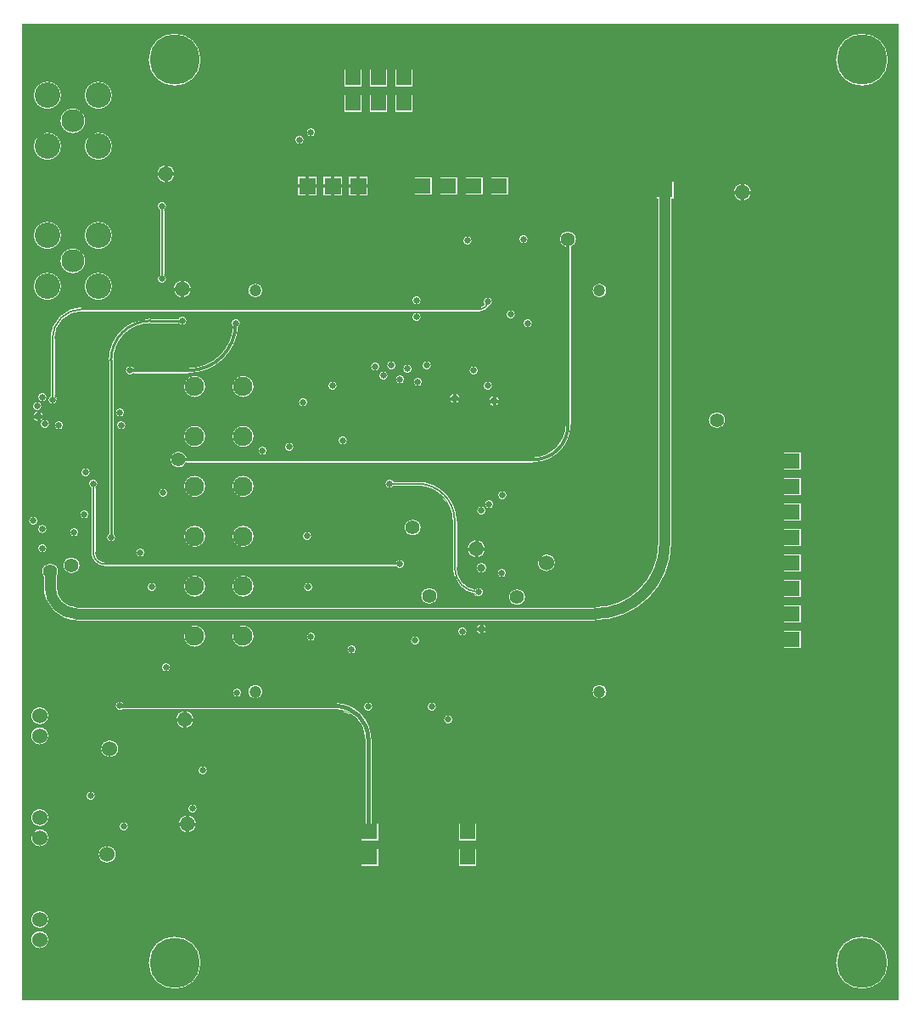
<source format=gbr>
G04 EasyPC Gerber Version 21.0.3 Build 4286 *
G04 #@! TF.Part,Single*
G04 #@! TF.FileFunction,Copper,L3,Inr *
G04 #@! TF.FilePolarity,Positive *
%FSLAX35Y35*%
%MOIN*%
G04 #@! TA.AperFunction,ComponentPad*
%ADD130R,0.06000X0.06000*%
G04 #@! TD.AperFunction*
%ADD10C,0.00001*%
%ADD117C,0.00800*%
%ADD132C,0.01100*%
%ADD21C,0.01200*%
%ADD108C,0.01600*%
%ADD22C,0.02600*%
G04 #@! TA.AperFunction,ViaPad*
%ADD12C,0.03200*%
G04 #@! TD.AperFunction*
%ADD133C,0.04400*%
G04 #@! TA.AperFunction,ComponentPad*
%ADD121C,0.04724*%
G04 #@! TA.AperFunction,ViaPad*
%ADD107C,0.05600*%
G04 #@! TA.AperFunction,WasherPad*
%ADD119C,0.06000*%
G04 #@! TA.AperFunction,ComponentPad*
%ADD126C,0.07600*%
%ADD123C,0.09055*%
%ADD124C,0.10039*%
G04 #@! TA.AperFunction,WasherPad*
%ADD118C,0.19700*%
X0Y0D02*
D02*
D10*
X250Y383250D02*
Y250D01*
X344250*
Y383250*
X250*
X2950Y188250D02*
G75*
G02X6550I1800D01*
G01*
G75*
G02X2950I-1800*
G01*
X7250Y27313D02*
G75*
G02X10750Y23813J-3500D01*
G01*
G75*
G02X7250Y20313I-3500*
G01*
G75*
G02X3750Y23813J3500*
G01*
G75*
G02X7250Y27313I3500*
G01*
Y35187D02*
G75*
G02X10750Y31687J-3500D01*
G01*
G75*
G02X7250Y28187I-3500*
G01*
G75*
G02X3750Y31687J3500*
G01*
G75*
G02X7250Y35187I3500*
G01*
Y67313D02*
G75*
G02X10750Y63813J-3500D01*
G01*
G75*
G02X7250Y60313I-3500*
G01*
G75*
G02X3750Y63813J3500*
G01*
G75*
G02X7250Y67313I3500*
G01*
Y75187D02*
G75*
G02X10750Y71687J-3500D01*
G01*
G75*
G02X7250Y68187I-3500*
G01*
G75*
G02X3750Y71687J3500*
G01*
G75*
G02X7250Y75187I3500*
G01*
Y107313D02*
G75*
G02X10750Y103813J-3500D01*
G01*
G75*
G02X7250Y100313I-3500*
G01*
G75*
G02X3750Y103813J3500*
G01*
G75*
G02X7250Y107313I3500*
G01*
Y115187D02*
G75*
G02X10750Y111687J-3500D01*
G01*
G75*
G02X7250Y108187I-3500*
G01*
G75*
G02X3750Y111687J3500*
G01*
G75*
G02X7250Y115187I3500*
G01*
X6450Y177431D02*
G75*
G02X10050I1800D01*
G01*
G75*
G02X6450I-1800*
G01*
X249250Y321750D02*
X256250D01*
Y314750*
X255450*
Y179250*
Y179250*
G75*
G02X225250Y149050I-30200*
G01*
X21750*
G75*
G02X8660Y162140J13090*
G01*
Y166353*
G75*
G02X8060Y168250I2700J1897*
G01*
G75*
G02X14660I3300*
G01*
G75*
G02X14060Y166353I-3300*
G01*
Y162140*
G75*
G03X21750Y154450I7690*
G01*
X225250*
G75*
G03X250050Y179250J24800*
G01*
Y314750*
X249250*
Y321750*
X25450Y80250D02*
G75*
G02X29050I1800D01*
G01*
G75*
G02X25450I-1800*
G01*
X30250Y57250D02*
G75*
G02X37250I3500D01*
G01*
G75*
G02X30250I-3500*
G01*
X31250Y98750D02*
G75*
G02X38250I3500D01*
G01*
G75*
G02X31250I-3500*
G01*
X137550Y69750D02*
X140250D01*
Y62750*
X133250*
Y69750*
X134950*
Y102750*
G75*
G03X123490Y114210I-11460*
G01*
X39995*
G75*
G02X36950Y115510I-1245J1300*
G01*
G75*
G02X39995Y116810I1800*
G01*
X123490*
G75*
G02X137550Y102750J-14060*
G01*
Y69750*
X133250Y59750D02*
X140250D01*
Y52750*
X133250*
Y59750*
X49900Y14750D02*
G75*
G02X70600I10350D01*
G01*
G75*
G02X49900I-10350*
G01*
X61495Y109750D02*
G75*
G03X63750Y107495I2756J500D01*
G01*
Y106685*
G75*
G02X60685Y109750I500J3565*
G01*
X61495*
X62495Y68750D02*
G75*
G03X64750Y66495I2756J500D01*
G01*
Y65685*
G75*
G02X61685Y68750I500J3565*
G01*
X62495*
X61685Y69750D02*
G75*
G02X64750Y72815I3565J-500D01*
G01*
Y72005*
G75*
G03X62495Y69750I500J-2756*
G01*
X61685*
X60685Y110750D02*
G75*
G02X63750Y113815I3565J-500D01*
G01*
Y113005*
G75*
G03X61495Y110750I500J-2756*
G01*
X60685*
X67005Y109750D02*
X67815D01*
G75*
G02X64750Y106685I-3565J500*
G01*
Y107495*
G75*
G03X67005Y109750I-500J2756*
G01*
X65450Y75250D02*
G75*
G02X69050I1800D01*
G01*
G75*
G02X65450I-1800*
G01*
X68005Y68750D02*
X68815D01*
G75*
G02X65750Y65685I-3565J500*
G01*
Y66495*
G75*
G03X68005Y68750I-500J2756*
G01*
X65750Y72815D02*
G75*
G02X68815Y69750I-500J-3565D01*
G01*
X68005*
G75*
G03X65750Y72005I-2756J-500*
G01*
Y72815*
X64750Y113815D02*
G75*
G02X67815Y110750I-500J-3565D01*
G01*
X67005*
G75*
G03X64750Y113005I-2756J-500*
G01*
Y113815*
X69450Y90250D02*
G75*
G02X73050I1800D01*
G01*
G75*
G02X69450I-1800*
G01*
X38450Y68250D02*
G75*
G02X42050I1800D01*
G01*
G75*
G02X38450I-1800*
G01*
X55068Y130750D02*
G75*
G02X58668I1800D01*
G01*
G75*
G02X55068I-1800*
G01*
X68117Y147250D02*
G75*
G02X72417Y142950J-4300D01*
G01*
G75*
G02X68117Y138650I-4300*
G01*
G75*
G02X63817Y142950J4300*
G01*
G75*
G02X68117Y147250I4300*
G01*
X87117D02*
G75*
G02X91417Y142950J-4300D01*
G01*
G75*
G02X87117Y138650I-4300*
G01*
G75*
G02X82817Y142950J4300*
G01*
G75*
G02X87117Y147250I4300*
G01*
X89077Y121140D02*
G75*
G02X94801I2862D01*
G01*
G75*
G02X89077I-2862*
G01*
X82950Y120750D02*
G75*
G02X86550I1800D01*
G01*
G75*
G02X82950I-1800*
G01*
X111950Y142750D02*
G75*
G02X115550I1800D01*
G01*
G75*
G02X111950I-1800*
G01*
X127950Y137750D02*
G75*
G02X131550I1800D01*
G01*
G75*
G02X127950I-1800*
G01*
X134450Y115250D02*
G75*
G02X138050I1800D01*
G01*
G75*
G02X134450I-1800*
G01*
X152950Y141250D02*
G75*
G02X156550I1800D01*
G01*
G75*
G02X152950I-1800*
G01*
X159450Y115250D02*
G75*
G02X163050I1800D01*
G01*
G75*
G02X159450I-1800*
G01*
X165950Y110250D02*
G75*
G02X169550I1800D01*
G01*
G75*
G02X165950I-1800*
G01*
X171450Y144750D02*
G75*
G02X175050I1800D01*
G01*
G75*
G02X171450I-1800*
G01*
X171750Y59750D02*
X178750D01*
Y52750*
X171750*
Y59750*
Y69750D02*
X178750D01*
Y62750*
X171750*
Y69750*
X179550Y145250D02*
G75*
G03X180250Y144550I1199J499D01*
G01*
Y143710*
G75*
G02X178710Y145250I500J2040*
G01*
X179550*
X178710Y146250D02*
G75*
G02X180250Y147790I2040J-500D01*
G01*
Y146950*
G75*
G03X179550Y146250I499J-1199*
G01*
X178710*
X181950Y145250D02*
X182790D01*
G75*
G02X181250Y143710I-2040J500*
G01*
Y144550*
G75*
G03X181950Y145250I-499J1199*
G01*
X181250Y147790D02*
G75*
G02X182790Y146250I-500J-2040D01*
G01*
X181950*
G75*
G03X181250Y146950I-1199J-499*
G01*
Y147790*
X224274Y121140D02*
G75*
G02X229998I2862D01*
G01*
G75*
G02X224274I-2862*
G01*
X6450Y184990D02*
G75*
G02X10050I1800D01*
G01*
G75*
G02X6450I-1800*
G01*
X4450Y233250D02*
G75*
G02X8050I1800D01*
G01*
G75*
G02X4450I-1800*
G01*
X5450Y228750D02*
G75*
G03X6150Y228050I1199J499D01*
G01*
Y227210*
G75*
G02X4610Y228750I500J2040*
G01*
X5450*
X4610Y229750D02*
G75*
G02X6150Y231290I2040J-500D01*
G01*
Y230450*
G75*
G03X5450Y229750I499J-1199*
G01*
X4610*
X7850Y228750D02*
X8690D01*
G75*
G02X7150Y227210I-2040J500*
G01*
Y228050*
G75*
G03X7850Y228750I-499J1199*
G01*
X7450Y226250D02*
G75*
G02X11050I1800D01*
G01*
G75*
G02X7450I-1800*
G01*
X7150Y231290D02*
G75*
G02X8690Y229750I-500J-2040D01*
G01*
X7850*
G75*
G03X7150Y230450I-1199J-499*
G01*
Y231290*
X10250Y285770D02*
G75*
G02X15770Y280250J-5520D01*
G01*
G75*
G02X10250Y274730I-5520*
G01*
G75*
G02X4730Y280250J5520*
G01*
G75*
G02X10250Y285770I5520*
G01*
X181450Y274250D02*
G75*
G02X185050I1800D01*
G01*
G75*
G02X183745Y272519I-1800*
G01*
G75*
G02X180250Y270350I-3494J1730*
G01*
X23750*
G75*
G03X13150Y259750J-10600*
G01*
Y237309*
G75*
G02X14050Y235750I-900J-1559*
G01*
G75*
G02X10450I-1800*
G01*
G75*
G02X11350Y237309I1800*
G01*
Y259750*
G75*
G02X23750Y272150I12400*
G01*
X180250*
G75*
G03X181945Y273010I0J2100*
G01*
G75*
G02X181450Y274250I1305J1240*
G01*
Y241250D02*
G75*
G02X185050I1800D01*
G01*
G75*
G02X181450I-1800*
G01*
X184550Y234750D02*
G75*
G03X185250Y234050I1199J499D01*
G01*
Y233210*
G75*
G02X183710Y234750I500J2040*
G01*
X184550*
X183710Y235750D02*
G75*
G02X185250Y237290I2040J-500D01*
G01*
Y236450*
G75*
G03X184550Y235750I499J-1199*
G01*
X183710*
X61788Y267800D02*
G75*
G02X65050Y266750I1462J-1050D01*
G01*
G75*
G02X61788Y265700I-1800*
G01*
X50750*
G75*
G03X36300Y251250J-14450*
G01*
Y183212*
G75*
G02X37050Y181750I-1050J-1462*
G01*
G75*
G02X33450I-1800*
G01*
G75*
G02X34200Y183212I1800*
G01*
Y251250*
Y251250*
G75*
G02X50750Y267800I16550*
G01*
X61788*
X36950Y230750D02*
G75*
G02X40550I1800D01*
G01*
G75*
G02X36950I-1800*
G01*
X37450Y225738D02*
G75*
G02X41050I1800D01*
G01*
G75*
G02X37450I-1800*
G01*
X82450Y265750D02*
G75*
G02X86050I1800D01*
G01*
G75*
G02X85295Y264285I-1800*
G01*
G75*
G02X65750Y246150I-19545J1465*
G01*
X44175*
G75*
G02X40950Y247250I-1425J1100*
G01*
G75*
G02X44175Y248350I1800*
G01*
X65750*
G75*
G03X83095Y264369I0J17400*
G01*
G75*
G02X82450Y265750I1155J1381*
G01*
X87117Y225650D02*
G75*
G02X91417Y221350J-4300D01*
G01*
G75*
G02X87117Y217050I-4300*
G01*
G75*
G02X82817Y221350J4300*
G01*
G75*
G02X87117Y225650I4300*
G01*
Y245250D02*
G75*
G02X91417Y240950J-4300D01*
G01*
G75*
G02X87117Y236650I-4300*
G01*
G75*
G02X82817Y240950J4300*
G01*
G75*
G02X87117Y245250I4300*
G01*
X44950Y175750D02*
G75*
G02X48550I1800D01*
G01*
G75*
G02X44950I-1800*
G01*
X53950Y199250D02*
G75*
G02X57550I1800D01*
G01*
G75*
G02X53950I-1800*
G01*
X211450Y298750D02*
G75*
G02X218050I3300D01*
G01*
G75*
G02X215850Y295639I-3300*
G01*
Y225750*
G75*
G02X201250Y211150I-14600*
G01*
X64861*
G75*
G02X58450Y212250I-3111J1100*
G01*
G75*
G02X64861Y213350I3300*
G01*
X201250*
G75*
G03X213650Y225750J12400*
G01*
Y295639*
G75*
G02X211450Y298750I1100J3111*
G01*
X202750Y171750D02*
G75*
G02X209750I3500D01*
G01*
G75*
G02X202750I-3500*
G01*
X87117Y186450D02*
G75*
G02X91417Y182150J-4300D01*
G01*
G75*
G02X87117Y177850I-4300*
G01*
G75*
G02X82817Y182150J4300*
G01*
G75*
G02X87117Y186450I4300*
G01*
Y206050D02*
G75*
G02X91417Y201750J-4300D01*
G01*
G75*
G02X87117Y197450I-4300*
G01*
G75*
G02X82817Y201750J4300*
G01*
G75*
G02X87117Y206050I4300*
G01*
X110450Y182250D02*
G75*
G02X114050I1800D01*
G01*
G75*
G02X110450I-1800*
G01*
X178272Y161278D02*
G75*
G02X181550Y160250I1478J-1028D01*
G01*
G75*
G02X178124Y159478I-1800*
G01*
G75*
G02X169350Y169750I1626J10272*
G01*
Y188250*
G75*
G03X155750Y201850I-13600*
G01*
X146309*
G75*
G02X142950Y202750I-1559J900*
G01*
G75*
G02X146309Y203650I1800*
G01*
X155750*
G75*
G02X171150Y188250J-15400*
G01*
Y169750*
G75*
G03X178272Y161278I8600*
G01*
X150450Y185549D02*
G75*
G02X157050I3300D01*
G01*
G75*
G02X150450I-3300*
G01*
X156950Y158750D02*
G75*
G02X163550I3300D01*
G01*
G75*
G02X156950I-3300*
G01*
X175971Y176750D02*
G75*
G03X178226Y174495I2756J500D01*
G01*
Y173685*
G75*
G02X175161Y176750I500J3565*
G01*
X175971*
X175161Y177750D02*
G75*
G02X178226Y180815I3565J-500D01*
G01*
Y180005*
G75*
G03X175971Y177750I500J-2756*
G01*
X175161*
X178650Y169750D02*
G75*
G02X182850I2100D01*
G01*
G75*
G02X178650I-2100*
G01*
X178950Y192250D02*
G75*
G02X182550I1800D01*
G01*
G75*
G02X178950I-1800*
G01*
X181481Y176750D02*
X182291D01*
G75*
G02X179226Y173685I-3565J500*
G01*
Y174495*
G75*
G03X181481Y176750I-500J2756*
G01*
X179226Y180815D02*
G75*
G02X182291Y177750I-500J-3565D01*
G01*
X181481*
G75*
G03X179226Y180005I-2756J-500*
G01*
Y180815*
X181950Y194750D02*
G75*
G02X185550I1800D01*
G01*
G75*
G02X181950I-1800*
G01*
X186950Y167750D02*
G75*
G02X190550I1800D01*
G01*
G75*
G02X186950I-1800*
G01*
X187163Y198250D02*
G75*
G02X190763I1800D01*
G01*
G75*
G02X187163I-1800*
G01*
X191450Y158250D02*
G75*
G02X198050I3300D01*
G01*
G75*
G02X191450I-3300*
G01*
X68117Y186450D02*
G75*
G02X72417Y182150J-4300D01*
G01*
G75*
G02X68117Y177850I-4300*
G01*
G75*
G02X63817Y182150J4300*
G01*
G75*
G02X68117Y186450I4300*
G01*
Y206050D02*
G75*
G02X72417Y201750J-4300D01*
G01*
G75*
G02X68117Y197450I-4300*
G01*
G75*
G02X63817Y201750J4300*
G01*
G75*
G02X68117Y206050I4300*
G01*
Y225650D02*
G75*
G02X72417Y221350J-4300D01*
G01*
G75*
G02X68117Y217050I-4300*
G01*
G75*
G02X63817Y221350J4300*
G01*
G75*
G02X68117Y225650I4300*
G01*
Y245250D02*
G75*
G02X72417Y240950J-4300D01*
G01*
G75*
G02X68117Y236650I-4300*
G01*
G75*
G02X63817Y240950J4300*
G01*
G75*
G02X68117Y245250I4300*
G01*
X92950Y215750D02*
G75*
G02X96550I1800D01*
G01*
G75*
G02X92950I-1800*
G01*
X103450Y217250D02*
G75*
G02X107050I1800D01*
G01*
G75*
G02X103450I-1800*
G01*
X108919Y234750D02*
G75*
G02X112519I1800D01*
G01*
G75*
G02X108919I-1800*
G01*
X120450Y241250D02*
G75*
G02X124050I1800D01*
G01*
G75*
G02X120450I-1800*
G01*
X124450Y219750D02*
G75*
G02X128050I1800D01*
G01*
G75*
G02X124450I-1800*
G01*
X137265Y248750D02*
G75*
G02X140865I1800D01*
G01*
G75*
G02X137265I-1800*
G01*
X140415Y245250D02*
G75*
G02X144015I1800D01*
G01*
G75*
G02X140415I-1800*
G01*
X143564Y249250D02*
G75*
G02X147164I1800D01*
G01*
G75*
G02X143564I-1800*
G01*
X146950Y243750D02*
G75*
G02X150550I1800D01*
G01*
G75*
G02X146950I-1800*
G01*
X149863Y247850D02*
G75*
G02X153463I1800D01*
G01*
G75*
G02X149863I-1800*
G01*
X153450Y268250D02*
G75*
G02X157050I1800D01*
G01*
G75*
G02X153450I-1800*
G01*
X153950Y242750D02*
G75*
G02X157550I1800D01*
G01*
G75*
G02X153950I-1800*
G01*
X157450Y249250D02*
G75*
G02X161050I1800D01*
G01*
G75*
G02X157450I-1800*
G01*
X169050Y235750D02*
G75*
G03X169750Y235050I1199J499D01*
G01*
Y234210*
G75*
G02X168210Y235750I500J2040*
G01*
X169050*
X168210Y236750D02*
G75*
G02X169750Y238290I2040J-500D01*
G01*
Y237450*
G75*
G03X169050Y236750I499J-1199*
G01*
X168210*
X171450Y235750D02*
X172290D01*
G75*
G02X170750Y234210I-2040J500*
G01*
Y235050*
G75*
G03X171450Y235750I-499J1199*
G01*
X170750Y238290D02*
G75*
G02X172290Y236750I-500J-2040D01*
G01*
X171450*
G75*
G03X170750Y237450I-1199J-499*
G01*
Y238290*
X175950Y247250D02*
G75*
G02X179550I1800D01*
G01*
G75*
G02X175950I-1800*
G01*
X18950Y183750D02*
G75*
G02X22550I1800D01*
G01*
G75*
G02X18950I-1800*
G01*
X22950Y190750D02*
G75*
G02X26550I1800D01*
G01*
G75*
G02X22950I-1800*
G01*
X23450Y207250D02*
G75*
G02X27050I1800D01*
G01*
G75*
G02X23450I-1800*
G01*
X147191Y172150D02*
G75*
G02X150550Y171250I1559J-900D01*
G01*
G75*
G02X147191Y170350I-1800*
G01*
X32750*
G75*
G02X27350Y175750J5400*
G01*
Y175750*
Y201191*
G75*
G02X26450Y202750I900J1559*
G01*
G75*
G02X30050I1800*
G01*
G75*
G02X29150Y201191I-1800*
G01*
Y175750*
Y175750*
G75*
G03X32750Y172150I3600*
G01*
X147191*
X49450Y162250D02*
G75*
G02X53050I1800D01*
G01*
G75*
G02X49450I-1800*
G01*
X68117Y166850D02*
G75*
G02X72417Y162550J-4300D01*
G01*
G75*
G02X68117Y158250I-4300*
G01*
G75*
G02X63817Y162550J4300*
G01*
G75*
G02X68117Y166850I4300*
G01*
X87117D02*
G75*
G02X91417Y162550J-4300D01*
G01*
G75*
G02X87117Y158250I-4300*
G01*
G75*
G02X82817Y162550J4300*
G01*
G75*
G02X87117Y166850I4300*
G01*
X110950Y162250D02*
G75*
G02X114550I1800D01*
G01*
G75*
G02X110950I-1800*
G01*
X12950Y225750D02*
G75*
G02X16550I1800D01*
G01*
G75*
G02X12950I-1800*
G01*
X16450Y170750D02*
G75*
G02X23050I3300D01*
G01*
G75*
G02X16450I-3300*
G01*
X6450Y236750D02*
G75*
G02X10050I1800D01*
G01*
G75*
G02X6450I-1800*
G01*
X10250Y305770D02*
G75*
G02X15770Y300250J-5520D01*
G01*
G75*
G02X10250Y294730I-5520*
G01*
G75*
G02X4730Y300250J5520*
G01*
G75*
G02X10250Y305770I5520*
G01*
X20250Y295278D02*
G75*
G02X25278Y290250J-5028D01*
G01*
G75*
G02X20250Y285222I-5028*
G01*
G75*
G02X15222Y290250J5028*
G01*
G75*
G02X20250Y295278I5028*
G01*
X30250Y285770D02*
G75*
G02X35770Y280250J-5520D01*
G01*
G75*
G02X30250Y274730I-5520*
G01*
G75*
G02X24730Y280250J5520*
G01*
G75*
G02X30250Y285770I5520*
G01*
X10250Y340770D02*
G75*
G02X15770Y335250J-5520D01*
G01*
G75*
G02X10250Y329730I-5520*
G01*
G75*
G02X4730Y335250J5520*
G01*
G75*
G02X10250Y340770I5520*
G01*
Y360770D02*
G75*
G02X15770Y355250J-5520D01*
G01*
G75*
G02X10250Y349730I-5520*
G01*
G75*
G02X4730Y355250J5520*
G01*
G75*
G02X10250Y360770I5520*
G01*
X20250Y350278D02*
G75*
G02X25278Y345250J-5028D01*
G01*
G75*
G02X20250Y340222I-5028*
G01*
G75*
G02X15222Y345250J5028*
G01*
G75*
G02X20250Y350278I5028*
G01*
X30250Y305770D02*
G75*
G02X35770Y300250J-5520D01*
G01*
G75*
G02X30250Y294730I-5520*
G01*
G75*
G02X24730Y300250J5520*
G01*
G75*
G02X30250Y305770I5520*
G01*
Y340770D02*
G75*
G02X35770Y335250J-5520D01*
G01*
G75*
G02X30250Y329730I-5520*
G01*
G75*
G02X24730Y335250J5520*
G01*
G75*
G02X30250Y340770I5520*
G01*
Y360770D02*
G75*
G02X35770Y355250J-5520D01*
G01*
G75*
G02X30250Y349730I-5520*
G01*
G75*
G02X24730Y355250J5520*
G01*
G75*
G02X30250Y360770I5520*
G01*
X49900Y369250D02*
G75*
G02X70600I10350D01*
G01*
G75*
G02X49900I-10350*
G01*
X53995Y323900D02*
G75*
G03X56250Y321645I2756J500D01*
G01*
Y320835*
G75*
G02X53185Y323900I500J3565*
G01*
X53995*
X53450Y311750D02*
G75*
G02X57050I1800D01*
G01*
G75*
G02X56150Y310191I-1800*
G01*
Y284809*
G75*
G02X57050Y283250I-900J-1559*
G01*
G75*
G02X53450I-1800*
G01*
G75*
G02X54350Y284809I1800*
G01*
Y310191*
G75*
G02X53450Y311750I900J1559*
G01*
X53185Y324900D02*
G75*
G02X56250Y327965I3565J-500D01*
G01*
Y327155*
G75*
G03X53995Y324900I500J-2756*
G01*
X53185*
X59505Y323900D02*
X60315D01*
G75*
G02X57250Y320835I-3565J500*
G01*
Y321645*
G75*
G03X59505Y323900I-500J2756*
G01*
X60495Y278750D02*
G75*
G03X62750Y276495I2756J500D01*
G01*
Y275685*
G75*
G02X59685Y278750I500J3565*
G01*
X60495*
X59685Y279750D02*
G75*
G02X62750Y282815I3565J-500D01*
G01*
Y282005*
G75*
G03X60495Y279750I500J-2756*
G01*
X59685*
X57250Y327965D02*
G75*
G02X60315Y324900I-500J-3565D01*
G01*
X59505*
G75*
G03X57250Y327155I-2756J-500*
G01*
Y327965*
X66005Y278750D02*
X66815D01*
G75*
G02X63750Y275685I-3565J500*
G01*
Y276495*
G75*
G03X66005Y278750I-500J2756*
G01*
X63750Y282815D02*
G75*
G02X66815Y279750I-500J-3565D01*
G01*
X66005*
G75*
G03X63750Y282005I-2756J-500*
G01*
Y282815*
X89077Y278620D02*
G75*
G02X94801I2862D01*
G01*
G75*
G02X89077I-2862*
G01*
X107450Y337750D02*
G75*
G02X111050I1800D01*
G01*
G75*
G02X107450I-1800*
G01*
X109250Y316750D02*
X111750D01*
Y315950*
X108450*
Y319250*
X109250*
Y316750*
X108450Y323550D02*
X111750D01*
Y322750*
X109250*
Y320250*
X108450*
Y323550*
X111950Y340750D02*
G75*
G02X115550I1800D01*
G01*
G75*
G02X111950I-1800*
G01*
X115250Y319250D02*
X116050D01*
Y315950*
X112750*
Y316750*
X115250*
Y319250*
X112750Y323550D02*
X116050D01*
Y320250*
X115250*
Y322750*
X112750*
Y323550*
X119250Y316750D02*
X121750D01*
Y315950*
X118450*
Y319250*
X119250*
Y316750*
X118450Y323550D02*
X121750D01*
Y322750*
X119250*
Y320250*
X118450*
Y323550*
X125250Y319250D02*
X126050D01*
Y315950*
X122750*
Y316750*
X125250*
Y319250*
X122750Y323550D02*
X126050D01*
Y320250*
X125250*
Y322750*
X122750*
Y323550*
X126750Y355750D02*
X133750D01*
Y348750*
X126750*
Y355750*
X129250Y316750D02*
X131750D01*
Y315950*
X128450*
Y319250*
X129250*
Y316750*
X128450Y323550D02*
X131750D01*
Y322750*
X129250*
Y320250*
X128450*
Y323550*
X135250Y319250D02*
X136050D01*
Y315950*
X132750*
Y316750*
X135250*
Y319250*
X132750Y323550D02*
X136050D01*
Y320250*
X135250*
Y322750*
X132750*
Y323550*
X126750Y365750D02*
X133750D01*
Y358750*
X126750*
Y365750*
X136750Y355750D02*
X143750D01*
Y348750*
X136750*
Y355750*
Y365750D02*
X143750D01*
Y358750*
X136750*
Y365750*
X146750Y355750D02*
X153750D01*
Y348750*
X146750*
Y355750*
X153450Y274750D02*
G75*
G02X157050I1800D01*
G01*
G75*
G02X153450I-1800*
G01*
X146750Y365750D02*
X153750D01*
Y358750*
X146750*
Y365750*
X154250Y323250D02*
X161250D01*
Y316250*
X154250*
Y323250*
X164250D02*
X171250D01*
Y316250*
X164250*
Y323250*
X173450Y298250D02*
G75*
G02X177050I1800D01*
G01*
G75*
G02X173450I-1800*
G01*
X174250Y323250D02*
X181250D01*
Y316250*
X174250*
Y323250*
X184250D02*
X191250D01*
Y316250*
X184250*
Y323250*
X186950Y234750D02*
X187790D01*
G75*
G02X186250Y233210I-2040J500*
G01*
Y234050*
G75*
G03X186950Y234750I-499J1199*
G01*
X186250Y237290D02*
G75*
G02X187790Y235750I-500J-2040D01*
G01*
X186950*
G75*
G03X186250Y236450I-1199J-499*
G01*
Y237290*
X190450Y269250D02*
G75*
G02X194050I1800D01*
G01*
G75*
G02X190450I-1800*
G01*
X195450Y298750D02*
G75*
G02X199050I1800D01*
G01*
G75*
G02X195450I-1800*
G01*
X197107Y265750D02*
G75*
G02X200707I1800D01*
G01*
G75*
G02X197107I-1800*
G01*
X224274Y278620D02*
G75*
G02X229998I2862D01*
G01*
G75*
G02X224274I-2862*
G01*
X269950Y227750D02*
G75*
G02X276550I3300D01*
G01*
G75*
G02X269950I-3300*
G01*
X280495Y316750D02*
G75*
G03X282750Y314495I2756J500D01*
G01*
Y313685*
G75*
G02X279685Y316750I500J3565*
G01*
X280495*
X279685Y317750D02*
G75*
G02X282750Y320815I3565J-500D01*
G01*
Y320005*
G75*
G03X280495Y317750I500J-2756*
G01*
X279685*
X286005Y316750D02*
X286815D01*
G75*
G02X283750Y313685I-3565J500*
G01*
Y314495*
G75*
G03X286005Y316750I-500J2756*
G01*
X283750Y320815D02*
G75*
G02X286815Y317750I-500J-3565D01*
G01*
X286005*
G75*
G03X283750Y320005I-2756J-500*
G01*
Y320815*
X299250Y145250D02*
X306250D01*
Y138250*
X299250*
Y145250*
Y155250D02*
X306250D01*
Y148250*
X299250*
Y155250*
Y165250D02*
X306250D01*
Y158250*
X299250*
Y165250*
Y175250D02*
X306250D01*
Y168250*
X299250*
Y175250*
Y185250D02*
X306250D01*
Y178250*
X299250*
Y185250*
Y195250D02*
X306250D01*
Y188250*
X299250*
Y195250*
Y205250D02*
X306250D01*
Y198250*
X299250*
Y205250*
Y215250D02*
X306250D01*
Y208250*
X299250*
Y215250*
X319900Y14750D02*
G75*
G02X340600I10350D01*
G01*
G75*
G02X319900I-10350*
G01*
Y369250D02*
G75*
G02X340600I10350D01*
G01*
G75*
G02X319900I-10350*
G01*
X344250Y23813D02*
G36*
X335248D01*
G75*
G02X340600Y14750I-4998J-9063*
G01*
G75*
G02X319900I-10350*
G01*
G75*
G02X325252Y23813I10350*
G01*
X65248*
G75*
G02X70600Y14750I-4998J-9063*
G01*
G75*
G02X49900I-10350*
G01*
G75*
G02X55252Y23813I10350*
G01*
X10750*
G75*
G02X7250Y20313I-3500*
G01*
G75*
G02X3750Y23813J3500*
G01*
X250*
Y250*
X344250*
Y23813*
G37*
Y31687D02*
G36*
X10750D01*
G75*
G02X7250Y28187I-3500*
G01*
G75*
G02X3750Y31687J3500*
G01*
X250*
Y23813*
X3750*
G75*
G02X7250Y27313I3500*
G01*
G75*
G02X10750Y23813J-3500*
G01*
X55252*
G75*
G02X65248I4998J-9063*
G01*
X325252*
G75*
G02X335248I4998J-9063*
G01*
X344250*
Y31687*
G37*
Y57250D02*
G36*
X178750D01*
Y52750*
X171750*
Y57250*
X140250*
Y52750*
X133250*
Y57250*
X37250*
G75*
G02X30250I-3500*
G01*
X250*
Y31687*
X3750*
G75*
G02X7250Y35187I3500*
G01*
G75*
G02X10750Y31687J-3500*
G01*
X344250*
Y57250*
G37*
Y63813D02*
G36*
X178750D01*
Y62750*
X171750*
Y63813*
X140250*
Y62750*
X133250*
Y63813*
X10750*
G75*
G02X7250Y60313I-3500*
G01*
G75*
G02X3750Y63813J3500*
G01*
X250*
Y57250*
X30250*
G75*
G02X37250I3500*
G01*
X133250*
Y59750*
X140250*
Y57250*
X171750*
Y59750*
X178750*
Y57250*
X344250*
Y63813*
G37*
X3750D02*
G36*
G75*
G02X6437Y67217I3500J0D01*
G01*
X250*
Y63813*
X3750*
G37*
X133250Y67217D02*
G36*
X68221D01*
G75*
G02X65750Y65685I-2971J2033*
G01*
Y66495*
G75*
G03X67176Y67217I-500J2755*
G01*
X63324*
G75*
G03X64750Y66495I1926J2033*
G01*
Y65685*
G75*
G02X62279Y67217I500J3565*
G01*
X41724*
G75*
G02X38776I-1474J1033*
G01*
X8063*
G75*
G02X10750Y63813I-813J-3405*
G01*
X133250*
Y67217*
G37*
X171750D02*
G36*
X140250D01*
Y63813*
X171750*
Y67217*
G37*
X344250D02*
G36*
X178750D01*
Y63813*
X344250*
Y67217*
G37*
X133250D02*
G36*
Y69750D01*
X134950*
Y71687*
X67900*
G75*
G02X68815Y69750I-2650J-2437*
G01*
X68005*
G75*
G03X66629Y71687I-2756J-500*
G01*
X63871*
G75*
G03X62495Y69750I1379J-2437*
G01*
X61685*
G75*
G02X62600Y71687I3565J-500*
G01*
X10750*
G75*
G02X7250Y68187I-3500*
G01*
G75*
G02X3750Y71687J3500*
G01*
X250*
Y67217*
X6437*
G75*
G02X7250Y67313I813J-3405*
G01*
G75*
G02X8063Y67217I0J-3501*
G01*
X38776*
G75*
G02X38450Y68250I1474J1033*
G01*
G75*
G02X42050I1800*
G01*
G75*
G02X41724Y67217I-1800*
G01*
X62279*
G75*
G02X61685Y68750I2971J2033*
G01*
X62495*
G75*
G03X63324Y67217I2756J500*
G01*
X67176*
G75*
G03X68005Y68750I-1926J2033*
G01*
X68815*
G75*
G02X68221Y67217I-3565J500*
G01*
X133250*
G37*
X344250Y71687D02*
G36*
X137550D01*
Y69750*
X140250*
Y67217*
X171750*
Y69750*
X178750*
Y67217*
X344250*
Y71687*
G37*
X134950Y75250D02*
G36*
X69050D01*
G75*
G02X65450I-1800*
G01*
X250*
Y71687*
X3750*
G75*
G02X7250Y75187I3500*
G01*
G75*
G02X10750Y71687J-3500*
G01*
X62600*
G75*
G02X64750Y72815I2650J-2437*
G01*
Y72005*
G75*
G03X63871Y71687I500J-2755*
G01*
X66629*
G75*
G03X65750Y72005I-1379J-2437*
G01*
Y72815*
G75*
G02X67900Y71687I-500J-3565*
G01*
X134950*
Y75250*
G37*
X344250D02*
G36*
X137550D01*
Y71687*
X344250*
Y75250*
G37*
X134950Y80250D02*
G36*
X29050D01*
G75*
G02X25450I-1800*
G01*
X250*
Y75250*
X65450*
G75*
G02X69050I1800*
G01*
X134950*
Y80250*
G37*
X344250D02*
G36*
X137550D01*
Y75250*
X344250*
Y80250*
G37*
X134950Y90250D02*
G36*
X73050D01*
G75*
G02X69450I-1800*
G01*
X250*
Y80250*
X25450*
G75*
G02X29050I1800*
G01*
X134950*
Y90250*
G37*
X344250D02*
G36*
X137550D01*
Y80250*
X344250*
Y90250*
G37*
X134950Y98750D02*
G36*
X38250D01*
G75*
G02X31250I-3500*
G01*
X250*
Y90250*
X69450*
G75*
G02X73050I1800*
G01*
X134950*
Y98750*
G37*
X344250D02*
G36*
X137550D01*
Y90250*
X344250*
Y98750*
G37*
X134950D02*
G36*
Y102750D01*
G75*
G03X134901Y103813I-11460J2*
G01*
X10750*
G75*
G02X7250Y100313I-3500*
G01*
G75*
G02X3750Y103813J3500*
G01*
X250*
Y98750*
X31250*
G75*
G02X38250I3500*
G01*
X134950*
G37*
X344250Y103813D02*
G36*
X137510D01*
G75*
G02X137550Y102750I-14023J-1062*
G01*
Y98750*
X344250*
Y103813*
G37*
X134901D02*
G36*
G75*
G03X133562Y108217I-11411J-1063D01*
G01*
X67221*
G75*
G02X64750Y106685I-2971J2033*
G01*
Y107495*
G75*
G03X66176Y108217I-500J2755*
G01*
X62324*
G75*
G03X63750Y107495I1926J2033*
G01*
Y106685*
G75*
G02X61279Y108217I500J3565*
G01*
X7709*
G75*
G02X7250Y108187I-460J3470*
G01*
G75*
G02X6791Y108217I0J3500*
G01*
X250*
Y103813*
X3750*
G75*
G02X7250Y107313I3500*
G01*
G75*
G02X10750Y103813J-3500*
G01*
X134901*
G37*
X344250Y108217D02*
G36*
X136443D01*
G75*
G02X137510Y103813I-12954J-5468*
G01*
X344250*
Y108217*
G37*
X3750Y111687D02*
G36*
X250D01*
Y108217*
X6791*
G75*
G02X3750Y111687I460J3470*
G01*
G37*
X133562Y108217D02*
G36*
G75*
G03X130664Y111687I-10072J-5467D01*
G01*
X67550*
G75*
G02X67815Y110750I-3300J-1438*
G01*
X67005*
G75*
G03X66653Y111687I-2756J-500*
G01*
X61847*
G75*
G03X61495Y110750I2404J-1437*
G01*
X60685*
G75*
G02X60950Y111687I3565J-501*
G01*
X10750*
G75*
G02X7709Y108217I-3500J0*
G01*
X61279*
G75*
G02X60685Y109750I2971J2033*
G01*
X61495*
G75*
G03X62324Y108217I2756J500*
G01*
X66176*
G75*
G03X67005Y109750I-1926J2033*
G01*
X67815*
G75*
G02X67221Y108217I-3565J500*
G01*
X133562*
G37*
X344250Y111687D02*
G36*
X168834D01*
G75*
G02X169550Y110250I-1084J-1437*
G01*
G75*
G02X165950I-1800*
G01*
G75*
G02X166666Y111687I1800*
G01*
X134344*
G75*
G02X136443Y108217I-10855J-8937*
G01*
X344250*
Y111687*
G37*
X130664D02*
G36*
G75*
G03X123490Y114210I-7174J-8937D01*
G01*
X39995*
G75*
G02X36969Y115250I-1245J1300*
G01*
X250*
Y111687*
X3750*
G75*
G02X7250Y115187I3500*
G01*
G75*
G02X10750Y111687J-3500*
G01*
X60950*
G75*
G02X63750Y113815I3300J-1437*
G01*
Y113005*
G75*
G03X61847Y111687I500J-2756*
G01*
X66653*
G75*
G03X64750Y113005I-2404J-1437*
G01*
Y113815*
G75*
G02X67550Y111687I-500J-3565*
G01*
X130664*
G37*
X344250Y115250D02*
G36*
X163050D01*
G75*
G02X159450I-1800*
G01*
X138050*
G75*
G02X134450I-1800*
G01*
X129926*
G75*
G02X134344Y111687I-6437J-12501*
G01*
X166666*
G75*
G02X168834I1084J-1437*
G01*
X344250*
Y115250*
G37*
Y121140D02*
G36*
X229998D01*
G75*
G02X224274I-2862*
G01*
X94801*
G75*
G02X89077I-2862*
G01*
X86507*
G75*
G02X86550Y120750I-1757J-389*
G01*
G75*
G02X82950I-1800*
G01*
G75*
G02X82993Y121140I1800J1*
G01*
X250*
Y115250*
X36969*
G75*
G02X36950Y115510I1782J260*
G01*
G75*
G02X39995Y116810I1800*
G01*
X123490*
G75*
G02X129926Y115250I0J-14060*
G01*
X134450*
G75*
G02X138050I1800*
G01*
X159450*
G75*
G02X163050I1800*
G01*
X344250*
Y121140*
G37*
Y130750D02*
G36*
X58668D01*
G75*
G02X55068I-1800*
G01*
X250*
Y121140*
X82993*
G75*
G02X86507I1757J-390*
G01*
X89077*
G75*
G02X94801I2862*
G01*
X224274*
G75*
G02X229998I2862*
G01*
X344250*
Y130750*
G37*
Y137750D02*
G36*
X131550D01*
G75*
G02X127950I-1800*
G01*
X250*
Y130750*
X55068*
G75*
G02X58668I1800*
G01*
X344250*
Y137750*
G37*
Y142950D02*
G36*
X306250D01*
Y138250*
X299250*
Y142950*
X173250*
X155342*
G75*
G02X156550Y141250I-592J-1700*
G01*
G75*
G02X152950I-1800*
G01*
G75*
G02X154158Y142950I1800*
G01*
X115539*
G75*
G02X115550Y142750I-1789J-199*
G01*
G75*
G02X111950I-1800*
G01*
G75*
G02X111961Y142950I1800J1*
G01*
X91417*
G75*
G02X87117Y138650I-4300*
G01*
G75*
G02X82817Y142950J4300*
G01*
X72417*
G75*
G02X68117Y138650I-4300*
G01*
G75*
G02X63817Y142950J4300*
G01*
X250*
Y137750*
X127950*
G75*
G02X131550I1800*
G01*
X344250*
Y142950*
G37*
X63817D02*
G36*
G75*
G02X64099Y144480I4300J0D01*
G01*
X250*
Y142950*
X63817*
G37*
X82817D02*
G36*
G75*
G02X83099Y144480I4300J0D01*
G01*
X72136*
G75*
G02X72417Y142950I-4019J-1530*
G01*
X82817*
G37*
X111961D02*
G36*
G75*
G02X113253Y144480I1789J-200D01*
G01*
X91136*
G75*
G02X91417Y142950I-4019J-1530*
G01*
X111961*
G37*
X299250Y144480D02*
G36*
X182422D01*
G75*
G02X181250Y143710I-1672J1270*
G01*
Y144480*
X180250*
Y143710*
G75*
G02X179078Y144480I500J2039*
G01*
X175030*
G75*
G02X173250Y142950I-1780J270*
G01*
G75*
G02X171470Y144480J1800*
G01*
X114247*
G75*
G02X115539Y142950I-497J-1730*
G01*
X154158*
G75*
G02X155342I592J-1700*
G01*
X173250*
X299250*
Y144480*
G37*
X344250D02*
G36*
X306250D01*
Y142950*
X344250*
Y144480*
G37*
X64099D02*
G36*
G75*
G02X66729Y147020I4019J-1530D01*
G01*
X250*
Y144480*
X64099*
G37*
X83099D02*
G36*
G75*
G02X85729Y147020I4019J-1530D01*
G01*
X69506*
G75*
G02X72136Y144480I-1388J-4070*
G01*
X83099*
G37*
X344250Y147020D02*
G36*
X182423D01*
G75*
G02X182790Y146250I-1673J-1270*
G01*
X181950*
G75*
G03X181250Y146950I-1199J-499*
G01*
Y147020*
X180250*
Y146950*
G75*
G03X179550Y146250I499J-1199*
G01*
X178710*
G75*
G02X179077Y147020I2040J-500*
G01*
X88506*
G75*
G02X91136Y144480I-1388J-4070*
G01*
X113253*
G75*
G02X114247I497J-1730*
G01*
X171470*
G75*
G02X171450Y144750I1780J271*
G01*
G75*
G02X175050I1800*
G01*
G75*
G02X175030Y144480I-1800J1*
G01*
X179078*
G75*
G02X178710Y145250I1672J1270*
G01*
X179550*
G75*
G03X180250Y144550I1199J499*
G01*
Y144480*
X181250*
Y144550*
G75*
G03X181950Y145250I-499J1199*
G01*
X182790*
G75*
G02X182422Y144480I-2040J500*
G01*
X299250*
Y145250*
X306250*
Y144480*
X344250*
Y147020*
G37*
Y151750D02*
G36*
X306250D01*
Y148250*
X299250*
Y151750*
X237732*
G75*
G02X225250Y149050I-12481J27499*
G01*
X21750*
G75*
G02X13788Y151750J13090*
G01*
X250*
Y147020*
X66729*
G75*
G02X68117Y147250I1388J-4069*
G01*
G75*
G02X69506Y147020J-4300*
G01*
X85729*
G75*
G02X87117Y147250I1388J-4069*
G01*
G75*
G02X88506Y147020J-4300*
G01*
X179077*
G75*
G02X180250Y147790I1673J-1270*
G01*
Y147020*
X181250*
Y147790*
G75*
G02X182423Y147020I-500J-2040*
G01*
X344250*
Y151750*
G37*
X13788D02*
G36*
G75*
G02X9107Y158750I7962J10390D01*
G01*
X250*
Y151750*
X13788*
G37*
X239207Y158750D02*
G36*
X198012D01*
G75*
G02X198050Y158250I-3262J-501*
G01*
G75*
G02X191450I-3300*
G01*
G75*
G02X191488Y158750I3300J-1*
G01*
X180745*
G75*
G02X178755I-995J1500*
G01*
X163550*
G75*
G02X156950I-3300*
G01*
X89130*
G75*
G02X87117Y158250I-2013J3800*
G01*
G75*
G02X85105Y158750J4300*
G01*
X70130*
G75*
G02X68117Y158250I-2013J3800*
G01*
G75*
G02X66105Y158750J4300*
G01*
X14848*
G75*
G03X21750Y154450I6903J3390*
G01*
X225250*
G75*
G03X239207Y158750J24800*
G01*
G37*
X344250D02*
G36*
X306250D01*
Y158250*
X299250*
Y158750*
X247427*
G75*
G02X237732Y151750I-22176J20500*
G01*
X299250*
Y155250*
X306250*
Y151750*
X344250*
Y158750*
G37*
X9107D02*
G36*
G75*
G02X8660Y162140I12644J3389D01*
G01*
Y162250*
X250*
Y158750*
X9107*
G37*
X63828Y162250D02*
G36*
X53050D01*
G75*
G02X49450I-1800*
G01*
X14060*
Y162140*
G75*
G03X14848Y158750I7690*
G01*
X66105*
G75*
G02X63828Y162250I2013J3800*
G01*
G37*
X82828D02*
G36*
X72407D01*
G75*
G02X70130Y158750I-4289J300*
G01*
X85105*
G75*
G02X82828Y162250I2013J3800*
G01*
G37*
X178755Y158750D02*
G36*
G75*
G02X178124Y159478I995J1500D01*
G01*
G75*
G02X172545Y162250I1626J10272*
G01*
X114550*
G75*
G02X110950I-1800*
G01*
X91407*
G75*
G02X89130Y158750I-4289J300*
G01*
X156950*
G75*
G02X163550I3300*
G01*
X178755*
G37*
X243307Y162250D02*
G36*
X175542D01*
G75*
G03X178272Y161278I4209J7501*
G01*
G75*
G02X181550Y160250I1478J-1028*
G01*
G75*
G02X180745Y158750I-1800*
G01*
X191488*
G75*
G02X198012I3262J-500*
G01*
X239207*
G75*
G03X243307Y162250I-13957J20502*
G01*
G37*
X299250D02*
G36*
X250211D01*
G75*
G02X247427Y158750I-24961J17002*
G01*
X299250*
Y162250*
G37*
X344250D02*
G36*
X306250D01*
Y158750*
X344250*
Y162250*
G37*
X8098Y167750D02*
G36*
X250D01*
Y162250*
X8660*
Y166353*
G75*
G02X8098Y167750I2700J1897*
G01*
G37*
X172545Y162250D02*
G36*
G75*
G02X169544Y167750I7205J7500D01*
G01*
X21125*
G75*
G02X18375I-1375J3000*
G01*
X14622*
G75*
G02X14060Y166353I-3261J500*
G01*
Y162250*
X49450*
G75*
G02X53050I1800*
G01*
X63828*
G75*
G02X63817Y162550I4290J302*
G01*
G75*
G02X68117Y166850I4300*
G01*
G75*
G02X72417Y162550J-4300*
G01*
G75*
G02X72407Y162250I-4301J2*
G01*
X82828*
G75*
G02X82817Y162550I4290J302*
G01*
G75*
G02X87117Y166850I4300*
G01*
G75*
G02X91417Y162550J-4300*
G01*
G75*
G02X91407Y162250I-4301J2*
G01*
X110950*
G75*
G02X114550I1800*
G01*
X172545*
G37*
X247222Y167750D02*
G36*
X190550D01*
G75*
G02X186950I-1800*
G01*
X181390*
G75*
G02X180110I-640J2000*
G01*
X171386*
G75*
G03X175542Y162250I8365J2001*
G01*
X243307*
G75*
G03X247222Y167750I-18058J17000*
G01*
G37*
X344250D02*
G36*
X253175D01*
G75*
G02X250211Y162250I-27926J11500*
G01*
X299250*
Y165250*
X306250*
Y162250*
X344250*
Y167750*
G37*
X16605Y171750D02*
G36*
X250D01*
Y167750*
X8098*
G75*
G02X8060Y168250I3262J501*
G01*
G75*
G02X14660I3300*
G01*
G75*
G02X14622Y167750I-3300J1*
G01*
X18375*
G75*
G02X16450Y170750I1375J3000*
G01*
G75*
G02X16605Y171750I3300*
G01*
G37*
X169544Y167750D02*
G36*
G75*
G02X169350Y169750I10207J2000D01*
G01*
Y171750*
X150479*
G75*
G02X150550Y171250I-1729J-500*
G01*
G75*
G02X147191Y170350I-1800*
G01*
X32750*
G75*
G02X29122Y171750I0J5400*
G01*
X22895*
G75*
G02X23050Y170750I-3145J-1000*
G01*
G75*
G02X21125Y167750I-3300*
G01*
X169544*
G37*
X180110Y171750D02*
G36*
X171150D01*
Y169750*
G75*
G03X171386Y167750I8601J0*
G01*
X180110*
G75*
G02X178650Y169750I640J2000*
G01*
G75*
G02X180110Y171750I2100*
G01*
G37*
X248889D02*
G36*
X209750D01*
G75*
G02X202750I-3500*
G01*
X181390*
G75*
G02X182850Y169750I-640J-2000*
G01*
G75*
G02X181390Y167750I-2100*
G01*
X186950*
G75*
G02X190550I1800*
G01*
X247222*
G75*
G03X248889Y171750I-21974J11500*
G01*
G37*
X344250D02*
G36*
X306250D01*
Y168250*
X299250*
Y171750*
X254504*
G75*
G02X253175Y167750I-29255J7497*
G01*
X344250*
Y171750*
G37*
X29122D02*
G36*
G75*
G02X27376Y175217I3628J4000D01*
G01*
X250*
Y171750*
X16605*
G75*
G02X22895I3145J-1000*
G01*
X29122*
G37*
X169350Y175217D02*
G36*
X48469D01*
G75*
G02X45031I-1719J533*
G01*
X29189*
G75*
G03X32750Y172150I3559J532*
G01*
X147191*
G75*
G02X150479Y171750I1559J-900*
G01*
X169350*
Y175217*
G37*
X202750Y171750D02*
G36*
G75*
G02X205773Y175217I3500D01*
G01*
X181697*
G75*
G02X179226Y173685I-2971J2033*
G01*
Y174495*
G75*
G03X180652Y175217I-500J2755*
G01*
X176801*
G75*
G03X178226Y174495I1926J2033*
G01*
Y173685*
G75*
G02X175756Y175217I500J3565*
G01*
X171150*
Y171750*
X180110*
G75*
G02X181390I640J-2000*
G01*
X202750*
G37*
X249720Y175217D02*
G36*
X206727D01*
G75*
G02X209750Y171750I-477J-3467*
G01*
X248889*
G75*
G03X249720Y175217I-23641J7503*
G01*
G37*
X299250D02*
G36*
X255180D01*
G75*
G02X254504Y171750I-29933J4033*
G01*
X299250*
Y175217*
G37*
X344250D02*
G36*
X306250D01*
Y171750*
X344250*
Y175217*
G37*
X27376D02*
G36*
G75*
G02X27350Y175750I5374J533D01*
G01*
Y175750*
Y177431*
X10050*
G75*
G02X6450I-1800*
G01*
X250*
Y175217*
X27376*
G37*
X45031D02*
G36*
G75*
G02X44950Y175750I1719J533D01*
G01*
G75*
G02X46107Y177431I1800*
G01*
X29150*
Y175750*
Y175750*
Y175749*
G75*
G03X29189Y175217I3600J-1*
G01*
X45031*
G37*
X169350Y177431D02*
G36*
X47393D01*
G75*
G02X48550Y175750I-643J-1681*
G01*
G75*
G02X48469Y175217I-1800J0*
G01*
X169350*
Y177431*
G37*
X249983D02*
G36*
X171150D01*
Y175217*
X175756*
G75*
G02X175161Y176750I2971J2033*
G01*
X175971*
G75*
G03X176801Y175217I2756J500*
G01*
X180652*
G75*
G03X181481Y176750I-1926J2033*
G01*
X182291*
G75*
G02X181697Y175217I-3565J500*
G01*
X205773*
G75*
G02X206727I477J-3468*
G01*
X249720*
G75*
G03X249983Y177431I-24472J4030*
G01*
G37*
X344250D02*
G36*
X255395D01*
G75*
G02X255180Y175217I-30151J1821*
G01*
X299250*
Y175250*
X306250*
Y175217*
X344250*
Y177431*
G37*
X27350Y179282D02*
G36*
X250D01*
Y177431*
X6450*
G75*
G02X10050I1800*
G01*
X27350*
Y179282*
G37*
X169350D02*
G36*
X90321D01*
G75*
G02X87117Y177850I-3204J2868*
G01*
G75*
G02X83913Y179282J4300*
G01*
X71321*
G75*
G02X68117Y177850I-3204J2868*
G01*
G75*
G02X64913Y179282J4300*
G01*
X29150*
Y177431*
X46107*
G75*
G02X47393I643J-1681*
G01*
X169350*
Y179282*
G37*
X250050D02*
G36*
X181698D01*
G75*
G02X182291Y177750I-2971J-2032*
G01*
X181481*
G75*
G03X180652Y179282I-2756J-501*
G01*
X176800*
G75*
G03X175971Y177750I1926J-2033*
G01*
X175161*
G75*
G02X175755Y179282I3565J-500*
G01*
X171150*
Y177431*
X249983*
G75*
G03X250050Y179250I-24739J1821*
G01*
Y179282*
G37*
X344250D02*
G36*
X306250D01*
Y178250*
X299250*
Y179282*
X255450*
Y179250*
Y179250*
G75*
G02Y179249I-45115J0*
G01*
G75*
G02X255395Y177431I-30197J0*
G01*
X344250*
Y179282*
G37*
X27350Y182250D02*
G36*
X21745D01*
G75*
G02X19755I-995J1500*
G01*
X250*
Y179282*
X27350*
Y182250*
G37*
X63819D02*
G36*
X36979D01*
G75*
G02X37050Y181750I-1730J-500*
G01*
G75*
G02X33450I-1800*
G01*
G75*
G02X33521Y182250I1800*
G01*
X29150*
Y179282*
X64913*
G75*
G02X63817Y182150I3204J2868*
G01*
G75*
G02X63819Y182250I4302J-1*
G01*
G37*
X82819D02*
G36*
X72416D01*
G75*
G02X72417Y182150I-4301J-101*
G01*
G75*
G02X71321Y179282I-4300J0*
G01*
X83913*
G75*
G02X82817Y182150I3204J2868*
G01*
G75*
G02X82819Y182250I4302J-1*
G01*
G37*
X169350D02*
G36*
X153822D01*
G75*
G02X153678I-72J3298*
G01*
X114050*
G75*
G02X110450I-1800*
G01*
X91416*
G75*
G02X91417Y182150I-4301J-101*
G01*
G75*
G02X90321Y179282I-4300J0*
G01*
X169350*
Y182250*
G37*
X250050D02*
G36*
X171150D01*
Y179282*
X175755*
G75*
G02X178226Y180815I2971J-2032*
G01*
Y180005*
G75*
G03X176800Y179282I500J-2755*
G01*
X180652*
G75*
G03X179226Y180005I-1926J-2032*
G01*
Y180815*
G75*
G02X181698Y179282I-500J-3565*
G01*
X250050*
Y182250*
G37*
X299250D02*
G36*
X255450D01*
Y179282*
X299250*
Y182250*
G37*
X344250D02*
G36*
X306250D01*
Y179282*
X344250*
Y182250*
G37*
X19445Y184990D02*
G36*
X10050D01*
G75*
G02X6450I-1800*
G01*
X250*
Y182250*
X19755*
G75*
G02X18950Y183750I995J1500*
G01*
G75*
G02X19445Y184990I1800*
G01*
G37*
X27350D02*
G36*
X22055D01*
G75*
G02X22550Y183750I-1305J-1240*
G01*
G75*
G02X21745Y182250I-1800*
G01*
X27350*
Y184990*
G37*
X33521Y182250D02*
G36*
G75*
G02X34200Y183212I1730J-500D01*
G01*
Y184990*
X29150*
Y182250*
X33521*
G37*
X63819D02*
G36*
G75*
G02X64889Y184990I4299J-100D01*
G01*
X36300*
Y183212*
G75*
G02X36979Y182250I-1050J-1462*
G01*
X63819*
G37*
X82819D02*
G36*
G75*
G02X83889Y184990I4299J-100D01*
G01*
X71346*
G75*
G02X72416Y182250I-3228J-2841*
G01*
X82819*
G37*
X150498Y184990D02*
G36*
X90346D01*
G75*
G02X91416Y182250I-3228J-2841*
G01*
X110450*
G75*
G02X114050I1800*
G01*
X153678*
G75*
G02X150498Y184990I72J3299*
G01*
G37*
X169350D02*
G36*
X157002D01*
G75*
G02X153822Y182250I-3252J559*
G01*
X169350*
Y184990*
G37*
X250050D02*
G36*
X171150D01*
Y182250*
X250050*
Y184990*
G37*
X299250D02*
G36*
X255450D01*
Y182250*
X299250*
Y184990*
G37*
X344250D02*
G36*
X306250D01*
Y182250*
X344250*
Y184990*
G37*
X27350Y188250D02*
G36*
X6550D01*
G75*
G02X2950I-1800*
G01*
X250*
Y184990*
X6450*
G75*
G02X10050I1800*
G01*
X19445*
G75*
G02X22055I1305J-1240*
G01*
X27350*
Y188250*
G37*
X34200D02*
G36*
X29150D01*
Y184990*
X34200*
Y188250*
G37*
X150498Y184990D02*
G36*
G75*
G02X150450Y185549I3252J559D01*
G01*
G75*
G02X151854Y188250I3300J0*
G01*
X36300*
Y184990*
X64889*
G75*
G02X68117Y186450I3228J-2840*
G01*
G75*
G02X71346Y184990J-4300*
G01*
X83889*
G75*
G02X87117Y186450I3228J-2840*
G01*
G75*
G02X90346Y184990J-4300*
G01*
X150498*
G37*
X169350Y188250D02*
G36*
X155646D01*
G75*
G02X157050Y185549I-1896J-2701*
G01*
G75*
G02X157002Y184990I-3300J0*
G01*
X169350*
Y188250*
G37*
X250050D02*
G36*
X171150D01*
Y184990*
X250050*
Y188250*
G37*
X344250D02*
G36*
X306250D01*
X299250*
X255450*
Y184990*
X299250*
Y185250*
X306250*
Y184990*
X344250*
Y188250*
G37*
X27350Y192250D02*
G36*
X25745D01*
G75*
G02X26550Y190750I-995J-1500*
G01*
G75*
G02X22950I-1800*
G01*
G75*
G02X23755Y192250I1800*
G01*
X250*
Y188250*
X2950*
G75*
G02X6550I1800*
G01*
X27350*
Y192250*
G37*
X34200D02*
G36*
X29150D01*
Y188250*
X34200*
Y192250*
G37*
X169350Y188250D02*
G36*
G75*
G03X168748Y192250I-13600D01*
G01*
X36300*
Y188250*
X151854*
G75*
G02X155646I1896J-2700*
G01*
X169350*
G37*
X250050Y192250D02*
G36*
X182550D01*
G75*
G02X178950I-1800*
G01*
X170622*
G75*
G02X171150Y188250I-14872J-3999*
G01*
Y188250*
X250050*
Y192250*
G37*
X299250D02*
G36*
X255450D01*
Y188250*
X299250*
Y192250*
G37*
X344250D02*
G36*
X306250D01*
Y188250*
X344250*
Y192250*
G37*
X27350Y194750D02*
G36*
X250D01*
Y192250*
X23755*
G75*
G02X25745I995J-1500*
G01*
X27350*
Y194750*
G37*
X34200D02*
G36*
X29150D01*
Y192250*
X34200*
Y194750*
G37*
X168748Y192250D02*
G36*
G75*
G03X167696Y194750I-12999J-4000D01*
G01*
X36300*
Y192250*
X168748*
G37*
X250050Y194750D02*
G36*
X185550D01*
G75*
G02X181950I-1800*
G01*
X169711*
G75*
G02X170622Y192250I-13961J-6501*
G01*
X178950*
G75*
G02X182550I1800*
G01*
X250050*
Y194750*
G37*
X299250D02*
G36*
X255450D01*
Y192250*
X299250*
Y194750*
G37*
X344250D02*
G36*
X306250D01*
Y192250*
X344250*
Y194750*
G37*
X27350Y199250D02*
G36*
X250D01*
Y194750*
X27350*
Y199250*
G37*
X34200D02*
G36*
X29150D01*
Y194750*
X34200*
Y199250*
G37*
X167696Y194750D02*
G36*
G75*
G03X163747Y199250I-11947J-6501D01*
G01*
X90616*
G75*
G02X87117Y197450I-3498J2500*
G01*
G75*
G02X83619Y199250J4300*
G01*
X71616*
G75*
G02X68117Y197450I-3498J2500*
G01*
G75*
G02X64619Y199250J4300*
G01*
X57550*
G75*
G02X53950I-1800*
G01*
X36300*
Y194750*
X167696*
G37*
X250050Y199250D02*
G36*
X190459D01*
G75*
G02X190763Y198250I-1497J-1000*
G01*
G75*
G02X187163I-1800*
G01*
G75*
G02X187466Y199250I1800J0*
G01*
X166528*
G75*
G02X169711Y194750I-10778J-10999*
G01*
X181950*
G75*
G02X185550I1800*
G01*
X250050*
Y199250*
G37*
X344250D02*
G36*
X306250D01*
Y198250*
X299250*
Y199250*
X255450*
Y194750*
X299250*
Y195250*
X306250*
Y194750*
X344250*
Y199250*
G37*
X34200Y207250D02*
G36*
X27050D01*
G75*
G02X23450I-1800*
G01*
X250*
Y199250*
X27350*
Y201191*
G75*
G02X26450Y202750I900J1559*
G01*
G75*
G02X30050I1800*
G01*
G75*
G02X29150Y201191I-1800J0*
G01*
Y199250*
X34200*
Y207250*
G37*
X250050D02*
G36*
X36300D01*
Y199250*
X53950*
G75*
G02X57550I1800*
G01*
X64619*
G75*
G02X63817Y201750I3498J2500*
G01*
G75*
G02X68117Y206050I4300*
G01*
G75*
G02X72417Y201750J-4300*
G01*
G75*
G02X71616Y199250I-4300J0*
G01*
X83619*
G75*
G02X82817Y201750I3498J2500*
G01*
G75*
G02X87117Y206050I4300*
G01*
G75*
G02X91417Y201750J-4300*
G01*
G75*
G02X90616Y199250I-4300J0*
G01*
X163747*
G75*
G03X155750Y201850I-7998J-11001*
G01*
X146309*
G75*
G02X142950Y202750I-1559J900*
G01*
G75*
G02X146309Y203650I1800*
G01*
X155750*
G75*
G02X166528Y199250I0J-15400*
G01*
X187466*
G75*
G02X190459I1497J-1000*
G01*
X250050*
Y207250*
G37*
X344250D02*
G36*
X255450D01*
Y199250*
X299250*
Y205250*
X306250*
Y199250*
X344250*
Y207250*
G37*
X34200Y211750D02*
G36*
X250D01*
Y207250*
X23450*
G75*
G02X27050I1800*
G01*
X34200*
Y211750*
G37*
X250050D02*
G36*
X205392D01*
G75*
G02X201250Y211150I-4143J14002*
G01*
X64861*
G75*
G02X58488Y211750I-3111J1100*
G01*
X36300*
Y207250*
X250050*
Y211750*
G37*
X344250D02*
G36*
X306250D01*
Y208250*
X299250*
Y211750*
X255450*
Y207250*
X344250*
Y211750*
G37*
X34200Y215750D02*
G36*
X250D01*
Y211750*
X34200*
Y215750*
G37*
X208582D02*
G36*
X106245D01*
G75*
G02X104255I-995J1500*
G01*
X96550*
G75*
G02X92950I-1800*
G01*
X36300*
Y211750*
X58488*
G75*
G02X58450Y212250I3262J501*
G01*
G75*
G02X64861Y213350I3300J0*
G01*
X201250*
G75*
G03X208582Y215750J12400*
G01*
G37*
X250050D02*
G36*
X211887D01*
G75*
G02X205392Y211750I-10638J10000*
G01*
X250050*
Y215750*
G37*
X344250D02*
G36*
X255450D01*
Y211750*
X299250*
Y215250*
X306250*
Y211750*
X344250*
Y215750*
G37*
X34200Y221350D02*
G36*
X250D01*
Y215750*
X34200*
Y221350*
G37*
X212843D02*
G36*
X127075D01*
G75*
G02X128050Y219750I-825J-1600*
G01*
G75*
G02X124450I-1800*
G01*
G75*
G02X125425Y221350I1800*
G01*
X91417*
G75*
G02X87117Y217050I-4300*
G01*
G75*
G02X82817Y221350J4300*
G01*
X72417*
G75*
G02X68117Y217050I-4300*
G01*
G75*
G02X63817Y221350J4300*
G01*
X36300*
Y215750*
X92950*
G75*
G02X96550I1800*
G01*
X104255*
G75*
G02X103450Y217250I995J1500*
G01*
G75*
G02X107050I1800*
G01*
G75*
G02X106245Y215750I-1800*
G01*
X208582*
G75*
G03X212843Y221350I-7332J10000*
G01*
G37*
X250050D02*
G36*
X215171D01*
G75*
G02X211887Y215750I-13922J4401*
G01*
X250050*
Y221350*
G37*
X344250D02*
G36*
X255450D01*
Y215750*
X344250*
Y221350*
G37*
X34200Y225738D02*
G36*
X16550D01*
G75*
G02X12950I-1800J12*
G01*
X10976*
G75*
G02X7524I-1726J512*
G01*
X250*
Y221350*
X34200*
Y225738*
G37*
X213650D02*
G36*
X41050D01*
G75*
G02X37450I-1800*
G01*
X36300*
Y221350*
X63817*
G75*
G02X68117Y225650I4300*
G01*
G75*
G02X72417Y221350J-4300*
G01*
X82817*
G75*
G02X87117Y225650I4300*
G01*
G75*
G02X91417Y221350J-4300*
G01*
X125425*
G75*
G02X127075I825J-1600*
G01*
X212843*
G75*
G03X213650Y225738I-11594J4401*
G01*
G37*
X250050D02*
G36*
X215850D01*
G75*
G02X215171Y221350I-14600J12*
G01*
X250050*
Y225738*
G37*
X344250D02*
G36*
X275866D01*
G75*
G02X270634I-2616J2012*
G01*
X255450*
Y221350*
X344250*
Y225738*
G37*
X7524D02*
G36*
G75*
G02X7450Y226250I1726J512D01*
G01*
G75*
G02X8753Y227980I1800*
G01*
X8322*
G75*
G02X7150Y227210I-1672J1270*
G01*
Y227980*
X6150*
Y227210*
G75*
G02X4978Y227980I500J2039*
G01*
X250*
Y225738*
X7524*
G37*
X34200Y227980D02*
G36*
X9747D01*
G75*
G02X11050Y226250I-497J-1730*
G01*
G75*
G02X10976Y225738I-1800J0*
G01*
X12950*
G75*
G02Y225750I1805J6*
G01*
G75*
G02X16550I1800*
G01*
G75*
G02Y225738I-1805J-6*
G01*
X34200*
Y227980*
G37*
X213650D02*
G36*
X36300D01*
Y225738*
X37450*
G75*
G02X41050I1800*
G01*
X213650*
G75*
G03Y225750I-12532J6*
G01*
Y227980*
G37*
X250050D02*
G36*
X215850D01*
Y225750*
G75*
G02Y225738I-14711J-6*
G01*
X250050*
Y227980*
G37*
X269958D02*
G36*
X255450D01*
Y225738*
X270634*
G75*
G02X269950Y227750I2616J2012*
G01*
G75*
G02X269958Y227980I3300J2*
G01*
G37*
X344250D02*
G36*
X276542D01*
G75*
G02X276550Y227750I-3292J-228*
G01*
G75*
G02X275866Y225738I-3300*
G01*
X344250*
Y227980*
G37*
X34200Y230520D02*
G36*
X8323D01*
G75*
G02X8690Y229750I-1673J-1270*
G01*
X7850*
G75*
G03X7150Y230450I-1199J-499*
G01*
Y230520*
X6150*
Y230450*
G75*
G03X5450Y229750I499J-1199*
G01*
X4610*
G75*
G02X4977Y230520I2040J-500*
G01*
X250*
Y227980*
X4978*
G75*
G02X4610Y228750I1672J1270*
G01*
X5450*
G75*
G03X6150Y228050I1199J499*
G01*
Y227980*
X7150*
Y228050*
G75*
G03X7850Y228750I-499J1199*
G01*
X8690*
G75*
G02X8322Y227980I-2040J500*
G01*
X8753*
G75*
G02X9747I497J-1730*
G01*
X34200*
Y230520*
G37*
X213650D02*
G36*
X40535D01*
G75*
G02X36965I-1785J230*
G01*
X36300*
Y227980*
X213650*
Y230520*
G37*
X250050D02*
G36*
X215850D01*
Y227980*
X250050*
Y230520*
G37*
X269958Y227980D02*
G36*
G75*
G02X271456Y230520I3292J-230D01*
G01*
X255450*
Y227980*
X269958*
G37*
X344250Y230520D02*
G36*
X275044D01*
G75*
G02X276542Y227980I-1794J-2770*
G01*
X344250*
Y230520*
G37*
X34200Y233250D02*
G36*
X8050D01*
G75*
G02X4450I-1800*
G01*
X250*
Y230520*
X4977*
G75*
G02X6150Y231290I1673J-1270*
G01*
Y230520*
X7150*
Y231290*
G75*
G02X8323Y230520I-500J-2040*
G01*
X34200*
Y233250*
G37*
X213650D02*
G36*
X186391D01*
G75*
G02X186250Y233210I-641J2002*
G01*
Y233250*
X185250*
Y233210*
G75*
G02X185109Y233250I500J2042*
G01*
X111713*
G75*
G02X109724I-995J1500*
G01*
X36300*
Y230520*
X36965*
G75*
G02X36950Y230750I1785J231*
G01*
G75*
G02X40550I1800*
G01*
G75*
G02X40535Y230520I-1800J1*
G01*
X213650*
Y233250*
G37*
X250050D02*
G36*
X215850D01*
Y230520*
X250050*
Y233250*
G37*
X344250D02*
G36*
X255450D01*
Y230520*
X271456*
G75*
G02X275044I1794J-2770*
G01*
X344250*
Y233250*
G37*
X4450D02*
G36*
G75*
G02X5753Y234980I1800D01*
G01*
X250*
Y233250*
X4450*
G37*
X34200Y234980D02*
G36*
X13877D01*
G75*
G02X10623I-1627J770*
G01*
X8577*
G75*
G02X7923I-327J1770*
G01*
X6747*
G75*
G02X8050Y233250I-497J-1730*
G01*
X34200*
Y234980*
G37*
X108933D02*
G36*
X36300D01*
Y233250*
X109724*
G75*
G02X108919Y234750I995J1500*
G01*
G75*
G02X108933Y234980I1800J1*
G01*
G37*
X213650D02*
G36*
X171922D01*
G75*
G02X170750Y234210I-1672J1270*
G01*
Y234980*
X169750*
Y234210*
G75*
G02X168578Y234980I500J2039*
G01*
X112504*
G75*
G02X112519Y234750I-1785J-229*
G01*
G75*
G02X111713Y233250I-1800*
G01*
X185109*
G75*
G02X183710Y234750I641J2000*
G01*
X184550*
G75*
G03X185250Y234050I1199J499*
G01*
Y233250*
X186250*
Y234050*
G75*
G03X186950Y234750I-499J1199*
G01*
X187790*
G75*
G02X186391Y233250I-2040J500*
G01*
X213650*
Y234980*
G37*
X250050D02*
G36*
X215850D01*
Y233250*
X250050*
Y234980*
G37*
X344250D02*
G36*
X255450D01*
Y233250*
X344250*
Y234980*
G37*
X6465Y236520D02*
G36*
X250D01*
Y234980*
X5753*
G75*
G02X6747I497J-1730*
G01*
X7923*
G75*
G02X6465Y236520I327J1770*
G01*
G37*
X10623D02*
G36*
X10035D01*
G75*
G02X8577Y234980I-1785J230*
G01*
X10623*
G75*
G02X10450Y235750I1627J770*
G01*
G75*
G02X10623Y236520I1800*
G01*
G37*
X34200D02*
G36*
X13877D01*
G75*
G02X14050Y235750I-1628J-770*
G01*
G75*
G02X13877Y234980I-1800J0*
G01*
X34200*
Y236520*
G37*
X108933Y234980D02*
G36*
G75*
G02X110389Y236520I1785J-230D01*
G01*
X36300*
Y234980*
X108933*
G37*
X213650Y236520D02*
G36*
X187423D01*
G75*
G02X187790Y235750I-1673J-1270*
G01*
X186950*
G75*
G03X186250Y236450I-1199J-499*
G01*
Y236520*
X185250*
Y236450*
G75*
G03X184550Y235750I499J-1199*
G01*
X183710*
G75*
G02X184077Y236520I2040J-500*
G01*
X111048*
G75*
G02X112504Y234980I-329J-1770*
G01*
X168578*
G75*
G02X168210Y235750I1672J1270*
G01*
X169050*
G75*
G03X169750Y235050I1199J499*
G01*
Y234980*
X170750*
Y235050*
G75*
G03X171450Y235750I-499J1199*
G01*
X172290*
G75*
G02X171922Y234980I-2040J500*
G01*
X213650*
Y236520*
G37*
X250050D02*
G36*
X215850D01*
Y234980*
X250050*
Y236520*
G37*
X344250D02*
G36*
X255450D01*
Y234980*
X344250*
Y236520*
G37*
X6465D02*
G36*
G75*
G02X6450Y236750I1785J231D01*
G01*
G75*
G02X6623Y237520I1800*
G01*
X250*
Y236520*
X6465*
G37*
X10623D02*
G36*
G75*
G02X11350Y237309I1628J-770D01*
G01*
Y237520*
X9877*
G75*
G02X10050Y236750I-1627J-770*
G01*
G75*
G02X10035Y236520I-1800J1*
G01*
X10623*
G37*
X34200Y237520D02*
G36*
X13150D01*
Y237309*
G75*
G02X13877Y236520I-900J-1559*
G01*
X34200*
Y237520*
G37*
X213650D02*
G36*
X171923D01*
G75*
G02X172290Y236750I-1673J-1270*
G01*
X171450*
G75*
G03X170750Y237450I-1199J-499*
G01*
Y237520*
X169750*
Y237450*
G75*
G03X169050Y236750I499J-1199*
G01*
X168210*
G75*
G02X168577Y237520I2040J-500*
G01*
X89710*
G75*
G02X87117Y236650I-2593J3431*
G01*
G75*
G02X84524Y237520J4300*
G01*
X70710*
G75*
G02X68117Y236650I-2593J3431*
G01*
G75*
G02X65524Y237520J4300*
G01*
X36300*
Y236520*
X110389*
G75*
G02X111048I329J-1771*
G01*
X184077*
G75*
G02X185250Y237290I1673J-1270*
G01*
Y236520*
X186250*
Y237290*
G75*
G02X187423Y236520I-500J-2040*
G01*
X213650*
Y237520*
G37*
X250050D02*
G36*
X215850D01*
Y236520*
X250050*
Y237520*
G37*
X344250D02*
G36*
X255450D01*
Y236520*
X344250*
Y237520*
G37*
X11350Y241250D02*
G36*
X250D01*
Y237520*
X6623*
G75*
G02X9877I1627J-770*
G01*
X11350*
Y241250*
G37*
X34200D02*
G36*
X13150D01*
Y237520*
X34200*
Y241250*
G37*
X63828D02*
G36*
X36300D01*
Y237520*
X65524*
G75*
G02X63817Y240950I2593J3430*
G01*
G75*
G02X63828Y241250I4301J-2*
G01*
G37*
X82828D02*
G36*
X72407D01*
G75*
G02X72417Y240950I-4290J-302*
G01*
G75*
G02X70710Y237520I-4300*
G01*
X84524*
G75*
G02X82817Y240950I2593J3430*
G01*
G75*
G02X82828Y241250I4301J-2*
G01*
G37*
X213650D02*
G36*
X185050D01*
G75*
G02X181450I-1800*
G01*
X156745*
G75*
G02X154755I-995J1500*
G01*
X124050*
G75*
G02X120450I-1800*
G01*
X91407*
G75*
G02X91417Y240950I-4290J-302*
G01*
G75*
G02X89710Y237520I-4300*
G01*
X168577*
G75*
G02X169750Y238290I1673J-1270*
G01*
Y237520*
X170750*
Y238290*
G75*
G02X171923Y237520I-500J-2040*
G01*
X213650*
Y241250*
G37*
X250050D02*
G36*
X215850D01*
Y237520*
X250050*
Y241250*
G37*
X344250D02*
G36*
X255450D01*
Y237520*
X344250*
Y241250*
G37*
X11350Y245250D02*
G36*
X250D01*
Y241250*
X11350*
Y245250*
G37*
X34200D02*
G36*
X13150D01*
Y241250*
X34200*
Y245250*
G37*
X213650D02*
G36*
X149745D01*
G75*
G02X150550Y243750I-995J-1500*
G01*
G75*
G02X146950I-1800*
G01*
G75*
G02X147755Y245250I1800*
G01*
X144015*
G75*
G02X140415I-1800*
G01*
X87117*
X68117*
X36300*
Y241250*
X63828*
G75*
G02X68117Y245250I4289J-300*
G01*
G75*
G02X72407Y241250J-4300*
G01*
X82828*
G75*
G02X87117Y245250I4289J-300*
G01*
G75*
G02X91407Y241250J-4300*
G01*
X120450*
G75*
G02X124050I1800*
G01*
X154755*
G75*
G02X153950Y242750I995J1500*
G01*
G75*
G02X157550I1800*
G01*
G75*
G02X156745Y241250I-1800*
G01*
X181450*
G75*
G02X185050I1800*
G01*
X213650*
Y245250*
G37*
X250050D02*
G36*
X215850D01*
Y241250*
X250050*
Y245250*
G37*
X344250D02*
G36*
X255450D01*
Y241250*
X344250*
Y245250*
G37*
X11350Y248750D02*
G36*
X250D01*
Y245250*
X11350*
Y248750*
G37*
X34200D02*
G36*
X13150D01*
Y245250*
X34200*
Y248750*
G37*
X69459D02*
G36*
X43745D01*
G75*
G02X44175Y248350I-995J-1500*
G01*
X65750*
G75*
G03X69459Y248750I0J17401*
G01*
G37*
X213650D02*
G36*
X178745D01*
G75*
G02X179550Y247250I-995J-1500*
G01*
G75*
G02X175950I-1800*
G01*
G75*
G02X176755Y248750I1800*
G01*
X160979*
G75*
G02X157521I-1729J500*
G01*
X153222*
G75*
G02X153463Y247850I-1559J-900*
G01*
G75*
G02X149863I-1800*
G01*
G75*
G02X150105Y248750I1800J0*
G01*
X147093*
G75*
G02X143635I-1729J500*
G01*
X140865*
G75*
G02X137265I-1800*
G01*
X75506*
G75*
G02X65750Y246150I-9755J17000*
G01*
X44175*
G75*
G02X40950Y247250I-1425J1100*
G01*
G75*
G02X41755Y248750I1800*
G01*
X36300*
Y245250*
X68117*
X87117*
X140415*
G75*
G02X144015I1800*
G01*
X147755*
G75*
G02X149745I995J-1500*
G01*
X213650*
Y248750*
G37*
X250050D02*
G36*
X215850D01*
Y245250*
X250050*
Y248750*
G37*
X344250D02*
G36*
X255450D01*
Y245250*
X344250*
Y248750*
G37*
X11350Y255000D02*
G36*
X250D01*
Y248750*
X11350*
Y255000*
G37*
X34630D02*
G36*
X13150D01*
Y248750*
X34200*
Y251250*
Y251250*
G75*
G02Y251251I22557J0*
G01*
G75*
G02X34630Y255000I16549J0*
G01*
G37*
X79432D02*
G36*
X36795D01*
G75*
G03X36300Y251250I13956J-3749*
G01*
Y248750*
X41755*
G75*
G02X43745I995J-1500*
G01*
X69459*
G75*
G03X79432Y255000I-3709J17001*
G01*
G37*
X213650D02*
G36*
X82139D01*
G75*
G02X75506Y248750I-16389J10750*
G01*
X137265*
G75*
G02X140865I1800*
G01*
X143635*
G75*
G02X143564Y249250I1729J500*
G01*
G75*
G02X147164I1800*
G01*
G75*
G02X147093Y248750I-1800*
G01*
X150105*
G75*
G02X153222I1559J-900*
G01*
X157521*
G75*
G02X157450Y249250I1729J500*
G01*
G75*
G02X161050I1800*
G01*
G75*
G02X160979Y248750I-1800*
G01*
X176755*
G75*
G02X178745I995J-1500*
G01*
X213650*
Y255000*
G37*
X250050D02*
G36*
X215850D01*
Y248750*
X250050*
Y255000*
G37*
X344250D02*
G36*
X255450D01*
Y248750*
X344250*
Y255000*
G37*
X12898Y265750D02*
G36*
X250D01*
Y255000*
X11350*
Y259750*
G75*
G02X12898Y265750I12400J0*
G01*
G37*
X42771D02*
G36*
X15012D01*
G75*
G03X13150Y259750I8739J-6000*
G01*
Y255000*
X34630*
G75*
G02X42771Y265750I16119J-3749*
G01*
G37*
X82450D02*
G36*
X64746D01*
G75*
G02X61788Y265700I-1497J1000*
G01*
X50750*
G75*
G03X36795Y255000J-14450*
G01*
X79432*
G75*
G03X83095Y264369I-13683J10751*
G01*
G75*
G02X82450Y265750I1154J1380*
G01*
Y265750*
G37*
X213650D02*
G36*
X200707D01*
G75*
G02X197107I-1800*
G01*
X86050*
Y265750*
G75*
G02X85295Y264285I-1799*
G01*
G75*
G02X82139Y255000I-19544J1465*
G01*
X213650*
Y265750*
G37*
X250050D02*
G36*
X215850D01*
Y255000*
X250050*
Y265750*
G37*
X344250D02*
G36*
X255450D01*
Y255000*
X344250*
Y265750*
G37*
X14722Y268250D02*
G36*
X250D01*
Y265750*
X12898*
G75*
G02X14722Y268250I10852J-5999*
G01*
G37*
X42771Y265750D02*
G36*
G75*
G02X50750Y267800I7978J-14499D01*
G01*
X61788*
G75*
G02X62255Y268250I1462J-1050*
G01*
X17417*
G75*
G03X15012Y265750I6333J-8500*
G01*
X42771*
G37*
X213650Y268250D02*
G36*
X193747D01*
G75*
G02X190753I-1497J1000*
G01*
X157050*
G75*
G02X153450I-1800*
G01*
X64245*
G75*
G02X65050Y266750I-995J-1500*
G01*
G75*
G02X64746Y265750I-1800J0*
G01*
X82450*
G75*
G02X86050I1800*
G01*
X197107*
G75*
G02X200707I1800*
G01*
X213650*
Y268250*
G37*
X250050D02*
G36*
X215850D01*
Y265750*
X250050*
Y268250*
G37*
X344250D02*
G36*
X255450D01*
Y265750*
X344250*
Y268250*
G37*
X181521Y274750D02*
G36*
X157050D01*
G75*
G02X153450I-1800*
G01*
X30716*
G75*
G02X30250Y274730I-466J5499*
G01*
G75*
G02X29784Y274750I0J5519*
G01*
X10716*
G75*
G02X10250Y274730I-466J5499*
G01*
G75*
G02X9784Y274750I0J5519*
G01*
X250*
Y268250*
X14722*
G75*
G02X23750Y272150I9028J-8500*
G01*
X180250*
G75*
G03X181945Y273010I0J2100*
G01*
G75*
G02X181450Y274250I1304J1240*
G01*
G75*
G02X181521Y274750I1800*
G01*
G37*
X213650D02*
G36*
X184979D01*
G75*
G02X185050Y274250I-1729J-500*
G01*
Y274250*
G75*
G02X183745Y272519I-1800*
G01*
G75*
G02X180250Y270350I-3494J1730*
G01*
X23750*
G75*
G03X17417Y268250I0J-10600*
G01*
X62255*
G75*
G02X64245I995J-1500*
G01*
X153450*
G75*
G02X157050I1800*
G01*
X190753*
G75*
G02X190450Y269250I1497J1000*
G01*
G75*
G02X194050I1800*
G01*
G75*
G02X193747Y268250I-1800J0*
G01*
X213650*
Y274750*
G37*
X250050D02*
G36*
X215850D01*
Y268250*
X250050*
Y274750*
G37*
X344250D02*
G36*
X255450D01*
Y268250*
X344250*
Y274750*
G37*
X5638Y277217D02*
G36*
X250D01*
Y274750*
X9784*
G75*
G02X5638Y277217I466J5500*
G01*
G37*
X25638D02*
G36*
X14862D01*
G75*
G02X10716Y274750I-4612J3032*
G01*
X29784*
G75*
G02X25638Y277217I466J5500*
G01*
G37*
X213650D02*
G36*
X94434D01*
G75*
G02X89444I-2495J1403*
G01*
X66221*
G75*
G02X63750Y275685I-2971J2033*
G01*
Y276495*
G75*
G03X65176Y277217I-500J2755*
G01*
X61324*
G75*
G03X62750Y276495I1926J2033*
G01*
Y275685*
G75*
G02X60279Y277217I500J3565*
G01*
X34862*
G75*
G02X30716Y274750I-4612J3032*
G01*
X153450*
G75*
G02X157050I1800*
G01*
X181521*
G75*
G02X184979I1729J-500*
G01*
X213650*
Y277217*
G37*
X250050D02*
G36*
X229631D01*
G75*
G02X224641I-2495J1403*
G01*
X215850*
Y274750*
X250050*
Y277217*
G37*
X344250D02*
G36*
X255450D01*
Y274750*
X344250*
Y277217*
G37*
X4730Y280250D02*
G36*
X250D01*
Y277217*
X5638*
G75*
G02X4730Y280250I4612J3032*
G01*
Y280250*
G37*
X24730D02*
G36*
X15770D01*
Y280250*
G75*
G02X14862Y277217I-5519*
G01*
X25638*
G75*
G02X24730Y280250I4612J3032*
G01*
Y280250*
G37*
X89444Y277217D02*
G36*
G75*
G02X89077Y278620I2495J1403D01*
G01*
G75*
G02X89586Y280250I2862*
G01*
X66708*
G75*
G02X66815Y279750I-3458J-999*
G01*
X66005*
G75*
G03X65865Y280250I-2756J-501*
G01*
X60635*
G75*
G03X60495Y279750I2616J-1001*
G01*
X59685*
G75*
G02X59792Y280250I3565J-499*
G01*
X35770*
Y280250*
G75*
G02X34862Y277217I-5519*
G01*
X60279*
G75*
G02X59685Y278750I2971J2033*
G01*
X60495*
G75*
G03X61324Y277217I2756J500*
G01*
X65176*
G75*
G03X66005Y278750I-1926J2033*
G01*
X66815*
G75*
G02X66221Y277217I-3565J500*
G01*
X89444*
G37*
X213650Y280250D02*
G36*
X94292D01*
G75*
G02X94801Y278620I-2353J-1630*
G01*
G75*
G02X94434Y277217I-2862*
G01*
X213650*
Y280250*
G37*
X224641Y277217D02*
G36*
G75*
G02X224274Y278620I2495J1403D01*
G01*
G75*
G02X224783Y280250I2862*
G01*
X215850*
Y277217*
X224641*
G37*
X250050Y280250D02*
G36*
X229489D01*
G75*
G02X229998Y278620I-2353J-1630*
G01*
G75*
G02X229631Y277217I-2862*
G01*
X250050*
Y280250*
G37*
X344250D02*
G36*
X255450D01*
Y277217*
X344250*
Y280250*
G37*
X213650Y290250D02*
G36*
X56150D01*
Y284809*
G75*
G02X57050Y283250I-900J-1559*
G01*
G75*
G02X53450I-1800*
G01*
G75*
G02X54350Y284809I1800J0*
G01*
Y290250*
X25278*
Y290250*
G75*
G02X20250Y285222I-5028*
G01*
G75*
G02X15222Y290250J5027*
G01*
Y290250*
X250*
Y280250*
X4730*
Y280250*
G75*
G02X10250Y285770I5520*
G01*
G75*
G02X15770Y280250J-5519*
G01*
Y280250*
X24730*
Y280250*
G75*
G02X30250Y285770I5520*
G01*
G75*
G02X35770Y280250J-5519*
G01*
Y280250*
X59792*
G75*
G02X62750Y282815I3458J-1000*
G01*
Y282005*
G75*
G03X60635Y280250I500J-2756*
G01*
X65865*
G75*
G03X63750Y282005I-2616J-1000*
G01*
Y282815*
G75*
G02X66708Y280250I-500J-3565*
G01*
X89586*
G75*
G02X94292I2353J-1630*
G01*
X213650*
Y290250*
G37*
X250050D02*
G36*
X215850D01*
Y280250*
X224783*
G75*
G02X229489I2353J-1630*
G01*
X250050*
Y290250*
G37*
X344250D02*
G36*
X255450D01*
Y280250*
X344250*
Y290250*
G37*
X54350Y298250D02*
G36*
X35395D01*
G75*
G02X30250Y294730I-5144J2000*
G01*
G75*
G02X25105Y298250I0J5519*
G01*
X15395*
G75*
G02X10250Y294730I-5144J2000*
G01*
G75*
G02X5105Y298250I0J5519*
G01*
X250*
Y290250*
X15222*
Y290250*
G75*
G02X20250Y295278I5028*
G01*
G75*
G02X25278Y290250J-5027*
G01*
Y290250*
X54350*
Y298250*
G37*
X211488D02*
G36*
X198979D01*
G75*
G02X195521I-1729J500*
G01*
X177050*
G75*
G02X173450I-1800*
G01*
X56150*
Y290250*
X213650*
Y295639*
G75*
G02X211488Y298250I1100J3111*
G01*
G37*
X250050D02*
G36*
X218012D01*
G75*
G02X215850Y295639I-3261J500*
G01*
Y290250*
X250050*
Y298250*
G37*
X344250D02*
G36*
X255450D01*
Y290250*
X344250*
Y298250*
G37*
X4730Y300250D02*
G36*
X250D01*
Y298250*
X5105*
G75*
G02X4730Y300250I5145J1999*
G01*
Y300250*
G37*
X24730D02*
G36*
X15770D01*
Y300250*
G75*
G02X15395Y298250I-5520J0*
G01*
X25105*
G75*
G02X24730Y300250I5145J1999*
G01*
Y300250*
G37*
X54350D02*
G36*
X35770D01*
Y300250*
G75*
G02X35395Y298250I-5520J0*
G01*
X54350*
Y300250*
G37*
X195521Y298250D02*
G36*
G75*
G02X195450Y298750I1729J500D01*
G01*
G75*
G02X196255Y300250I1800*
G01*
X56150*
Y298250*
X173450*
G75*
G02X177050I1800*
G01*
X195521*
G37*
X211488D02*
G36*
G75*
G02X211450Y298750I3262J501D01*
G01*
Y298750*
G75*
G02X211811Y300250I3300*
G01*
X198245*
G75*
G02X199050Y298750I-995J-1500*
G01*
G75*
G02X198979Y298250I-1800*
G01*
X211488*
G37*
X250050Y300250D02*
G36*
X217689D01*
G75*
G02X218050Y298750I-2939J-1500*
G01*
Y298750*
G75*
G02X218012Y298250I-3300J1*
G01*
X250050*
Y300250*
G37*
X344250D02*
G36*
X255450D01*
Y298250*
X344250*
Y300250*
G37*
X249250Y315217D02*
G36*
X250D01*
Y300250*
X4730*
Y300250*
G75*
G02X10250Y305770I5520*
G01*
G75*
G02X15770Y300250J-5519*
G01*
Y300250*
X24730*
Y300250*
G75*
G02X30250Y305770I5520*
G01*
G75*
G02X35770Y300250J-5519*
G01*
Y300250*
X54350*
Y310191*
G75*
G02X53450Y311750I900J1559*
G01*
G75*
G02X57050I1800*
G01*
G75*
G02X56150Y310191I-1800J0*
G01*
Y300250*
X196255*
G75*
G02X198245I995J-1500*
G01*
X211811*
G75*
G02X217689I2939J-1500*
G01*
X250050*
Y314750*
X249250*
Y315217*
G37*
X344250D02*
G36*
X286221D01*
G75*
G02X283750Y313685I-2971J2033*
G01*
Y314495*
G75*
G03X285176Y315217I-500J2755*
G01*
X281324*
G75*
G03X282750Y314495I1926J2033*
G01*
Y313685*
G75*
G02X280279Y315217I500J3565*
G01*
X256250*
Y314750*
X255450*
Y300250*
X344250*
Y315217*
G37*
X249250Y317600D02*
G36*
X191250D01*
Y316250*
X184250*
Y317600*
X181250*
Y316250*
X174250*
Y317600*
X171250*
Y316250*
X164250*
Y317600*
X161250*
Y316250*
X154250*
Y317600*
X136050*
Y315950*
X132750*
Y316750*
X135250*
Y317600*
X129250*
Y316750*
X131750*
Y315950*
X128450*
Y317600*
X126050*
Y315950*
X122750*
Y316750*
X125250*
Y317600*
X119250*
Y316750*
X121750*
Y315950*
X118450*
Y317600*
X116050*
Y315950*
X112750*
Y316750*
X115250*
Y317600*
X109250*
Y316750*
X111750*
Y315950*
X108450*
Y317600*
X250*
Y315217*
X249250*
Y317600*
G37*
X344250D02*
G36*
X256250D01*
Y315217*
X280279*
G75*
G02X279685Y316750I2971J2033*
G01*
X280495*
G75*
G03X281324Y315217I2756J500*
G01*
X285176*
G75*
G03X286005Y316750I-1926J2033*
G01*
X286815*
G75*
G02X286221Y315217I-3565J500*
G01*
X344250*
Y317600*
G37*
X154250Y319282D02*
G36*
X250D01*
Y317600*
X108450*
Y319250*
X109250*
Y317600*
X115250*
Y319250*
X116050*
Y317600*
X118450*
Y319250*
X119250*
Y317600*
X125250*
Y319250*
X126050*
Y317600*
X128450*
Y319250*
X129250*
Y317600*
X135250*
Y319250*
X136050*
Y317600*
X154250*
Y319282*
G37*
X164250D02*
G36*
X161250D01*
Y317600*
X164250*
Y319282*
G37*
X174250D02*
G36*
X171250D01*
Y317600*
X174250*
Y319282*
G37*
X184250D02*
G36*
X181250D01*
Y317600*
X184250*
Y319282*
G37*
X249250D02*
G36*
X191250D01*
Y317600*
X249250*
Y319282*
G37*
X344250D02*
G36*
X286221D01*
G75*
G02X286815Y317750I-2971J-2032*
G01*
X286005*
G75*
G03X285176Y319282I-2756J-501*
G01*
X281324*
G75*
G03X280495Y317750I1926J-2033*
G01*
X279685*
G75*
G02X280279Y319282I3565J-500*
G01*
X256250*
Y317600*
X344250*
Y319282*
G37*
X154250Y322367D02*
G36*
X136050D01*
Y320250*
X135250*
Y322367*
X129250*
Y320250*
X128450*
Y322367*
X126050*
Y320250*
X125250*
Y322367*
X119250*
Y320250*
X118450*
Y322367*
X116050*
Y320250*
X115250*
Y322367*
X109250*
Y320250*
X108450*
Y322367*
X59721*
G75*
G02X57250Y320835I-2971J2033*
G01*
Y321645*
G75*
G03X58676Y322367I-500J2755*
G01*
X54824*
G75*
G03X56250Y321645I1926J2033*
G01*
Y320835*
G75*
G02X53779Y322367I500J3565*
G01*
X250*
Y319282*
X154250*
Y322367*
G37*
X164250D02*
G36*
X161250D01*
Y319282*
X164250*
Y322367*
G37*
X174250D02*
G36*
X171250D01*
Y319282*
X174250*
Y322367*
G37*
X184250D02*
G36*
X181250D01*
Y319282*
X184250*
Y322367*
G37*
X344250D02*
G36*
X191250D01*
Y319282*
X249250*
Y321750*
X256250*
Y319282*
X280279*
G75*
G02X282750Y320815I2971J-2032*
G01*
Y320005*
G75*
G03X281324Y319282I500J-2755*
G01*
X285176*
G75*
G03X283750Y320005I-1926J-2032*
G01*
Y320815*
G75*
G02X286221Y319282I-500J-3565*
G01*
X344250*
Y322367*
G37*
Y326432D02*
G36*
X59721D01*
G75*
G02X60315Y324900I-2971J-2032*
G01*
X59505*
G75*
G03X58676Y326432I-2756J-501*
G01*
X54824*
G75*
G03X53995Y324900I1926J-2033*
G01*
X53185*
G75*
G02X53779Y326432I3565J-500*
G01*
X250*
Y322367*
X53779*
G75*
G02X53185Y323900I2971J2033*
G01*
X53995*
G75*
G03X54824Y322367I2756J500*
G01*
X58676*
G75*
G03X59505Y323900I-1926J2033*
G01*
X60315*
G75*
G02X59721Y322367I-3565J500*
G01*
X108450*
Y323550*
X111750*
Y322750*
X109250*
Y322367*
X115250*
Y322750*
X112750*
Y323550*
X116050*
Y322367*
X118450*
Y323550*
X121750*
Y322750*
X119250*
Y322367*
X125250*
Y322750*
X122750*
Y323550*
X126050*
Y322367*
X128450*
Y323550*
X131750*
Y322750*
X129250*
Y322367*
X135250*
Y322750*
X132750*
Y323550*
X136050*
Y322367*
X154250*
Y323250*
X161250*
Y322367*
X164250*
Y323250*
X171250*
Y322367*
X174250*
Y323250*
X181250*
Y322367*
X184250*
Y323250*
X191250*
Y322367*
X344250*
Y326432*
G37*
Y335250D02*
G36*
X35770D01*
Y335250*
G75*
G02X30250Y329730I-5520*
G01*
G75*
G02X24730Y335250J5519*
G01*
Y335250*
X15770*
Y335250*
G75*
G02X10250Y329730I-5520*
G01*
G75*
G02X4730Y335250J5519*
G01*
Y335250*
X250*
Y326432*
X53779*
G75*
G02X56250Y327965I2971J-2032*
G01*
Y327155*
G75*
G03X54824Y326432I500J-2755*
G01*
X58676*
G75*
G03X57250Y327155I-1926J-2032*
G01*
Y327965*
G75*
G02X59721Y326432I-500J-3565*
G01*
X344250*
Y335250*
G37*
X4730D02*
G36*
Y335250D01*
G75*
G02X5329Y337750I5519*
G01*
X250*
Y335250*
X4730*
G37*
X24730D02*
G36*
Y335250D01*
G75*
G02X25329Y337750I5519*
G01*
X15171*
G75*
G02X15770Y335250I-4921J-2500*
G01*
Y335250*
X24730*
G37*
X344250Y337750D02*
G36*
X111050D01*
G75*
G02X107450I-1800*
G01*
X35171*
G75*
G02X35770Y335250I-4921J-2500*
G01*
Y335250*
X344250*
Y337750*
G37*
X5329D02*
G36*
G75*
G02X9784Y340750I4921J-2500D01*
G01*
X250*
Y337750*
X5329*
G37*
X25329D02*
G36*
G75*
G02X29784Y340750I4921J-2500D01*
G01*
X22492*
G75*
G02X20250Y340222I-2242J4500*
G01*
G75*
G02X18008Y340750I0J5027*
G01*
X10716*
G75*
G02X15171Y337750I-466J-5500*
G01*
X25329*
G37*
X344250Y340750D02*
G36*
X115550D01*
G75*
G02X111950I-1800*
G01*
X30716*
G75*
G02X35171Y337750I-466J-5500*
G01*
X107450*
G75*
G02X111050I1800*
G01*
X344250*
Y340750*
G37*
X15222Y345250D02*
G36*
X250D01*
Y340750*
X9784*
G75*
G02X10250Y340770I466J-5499*
G01*
G75*
G02X10716Y340750I0J-5519*
G01*
X18008*
G75*
G02X15222Y345250I2242J4500*
G01*
Y345250*
G37*
X344250D02*
G36*
X25278D01*
Y345250*
G75*
G02X22492Y340750I-5027*
G01*
X29784*
G75*
G02X30250Y340770I466J-5499*
G01*
G75*
G02X30716Y340750I0J-5519*
G01*
X111950*
G75*
G02X115550I1800*
G01*
X344250*
Y345250*
G37*
Y355250D02*
G36*
X153750D01*
Y348750*
X146750*
Y355250*
X143750*
Y348750*
X136750*
Y355250*
X133750*
Y348750*
X126750*
Y355250*
X35770*
Y355250*
G75*
G02X30250Y349730I-5520*
G01*
G75*
G02X24730Y355250J5519*
G01*
Y355250*
X15770*
Y355250*
G75*
G02X10250Y349730I-5520*
G01*
G75*
G02X4730Y355250J5519*
G01*
Y355250*
X250*
Y345250*
X15222*
Y345250*
G75*
G02X20250Y350278I5028*
G01*
G75*
G02X25278Y345250J-5027*
G01*
Y345250*
X344250*
Y355250*
G37*
Y362250D02*
G36*
X337874D01*
G75*
G02X322626I-7624J7000*
G01*
X153750*
Y358750*
X146750*
Y362250*
X143750*
Y358750*
X136750*
Y362250*
X133750*
Y358750*
X126750*
Y362250*
X67874*
G75*
G02X52626I-7624J7000*
G01*
X250*
Y355250*
X4730*
Y355250*
G75*
G02X10250Y360770I5520*
G01*
G75*
G02X15770Y355250J-5519*
G01*
Y355250*
X24730*
Y355250*
G75*
G02X30250Y360770I5520*
G01*
G75*
G02X35770Y355250J-5519*
G01*
Y355250*
X126750*
Y355750*
X133750*
Y355250*
X136750*
Y355750*
X143750*
Y355250*
X146750*
Y355750*
X153750*
Y355250*
X344250*
Y362250*
G37*
X49900Y369250D02*
G36*
X250D01*
Y362250*
X52626*
G75*
G02X49900Y369250I7624J7000*
G01*
G37*
X319900D02*
G36*
X70600D01*
G75*
G02X67874Y362250I-10350J0*
G01*
X126750*
Y365750*
X133750*
Y362250*
X136750*
Y365750*
X143750*
Y362250*
X146750*
Y365750*
X153750*
Y362250*
X322626*
G75*
G02X319900Y369250I7624J7000*
G01*
G37*
X344250D02*
G36*
X340600D01*
G75*
G02X337874Y362250I-10350J0*
G01*
X344250*
Y369250*
G37*
G36*
Y383250*
X250*
Y369250*
X49900*
G75*
G02X70600I10350*
G01*
X319900*
G75*
G02X340600I10350*
G01*
X344250*
G37*
D02*
D12*
X180750Y169750D03*
D02*
D21*
X42750Y247250D02*
X65750D01*
G75*
G03X84250Y265750J18500*
G01*
X214750Y298750D02*
Y225750D01*
G75*
G02X201250Y212250I-13500*
G01*
X60250*
D02*
D22*
X4750Y188250D03*
X6250Y233250D03*
X6650Y229250D03*
X8250Y177431D03*
Y184990D03*
Y236750D03*
X9250Y226250D03*
X12250Y235750D03*
X14750Y225750D03*
X20750Y183750D03*
X24750Y190750D03*
X25250Y207250D03*
X27250Y80250D03*
X28250Y202750D03*
X35250Y181750D03*
X38750Y115510D03*
Y230750D03*
X39250Y225738D03*
X40250Y68250D03*
X42750Y247250D03*
X46750Y175750D03*
X51250Y162250D03*
X55250Y283250D03*
Y311750D03*
X55750Y199250D03*
X56868Y130750D03*
X63250Y266750D03*
X67250Y75250D03*
X71250Y90250D03*
X84250Y265750D03*
X84750Y120750D03*
X94750Y215750D03*
X105250Y217250D03*
X109250Y337750D03*
X110719Y234750D03*
X112250Y182250D03*
X112750Y162250D03*
X113750Y142750D03*
Y340750D03*
X122250Y241250D03*
X126250Y219750D03*
X129750Y137750D03*
X136250Y115250D03*
X139065Y248750D03*
X142215Y245250D03*
X144750Y202750D03*
X145364Y249250D03*
X148750Y171250D03*
Y243750D03*
X151663Y247850D03*
X154750Y141250D03*
X155250Y268250D03*
Y274750D03*
X155750Y242750D03*
X159250Y249250D03*
X161250Y115250D03*
X167750Y110250D03*
X170250Y236250D03*
X173250Y144750D03*
X175250Y298250D03*
X177750Y247250D03*
X179750Y160250D03*
X180750Y145750D03*
Y192250D03*
X183250Y241250D03*
Y274250D03*
X183750Y194750D03*
X185750Y235250D03*
X188750Y167750D03*
X188963Y198250D03*
X192250Y269250D03*
X197250Y298750D03*
X198907Y265750D03*
D02*
D107*
X11360Y168250D03*
X19750Y170750D03*
X56750Y324400D03*
X61750Y212250D03*
X63250Y279250D03*
X64250Y110250D03*
X65250Y69250D03*
X153750Y185549D03*
X160250Y158750D03*
X178726Y177250D03*
X194750Y158250D03*
X214750Y298750D03*
X273250Y227750D03*
X283250Y317250D03*
D02*
D108*
X38750Y115510D02*
X123490D01*
G75*
G02X136250Y102750J-12760*
G01*
Y66750*
G75*
G03X136750Y66250I500*
G01*
X60250Y212250D02*
G75*
G03X61750I750J750D01*
G01*
D02*
D117*
X28250Y202750D02*
Y175750D01*
G75*
G03X32750Y171250I4500*
G01*
X148750*
X55250Y311750D02*
Y283250D01*
X144750Y202750D02*
X155750D01*
G75*
G02X170250Y188250J-14500*
G01*
Y169750*
G75*
G03X179750Y160250I9500*
G01*
X183250Y274250D02*
G75*
G02X180250Y271250I-3000D01*
G01*
X23750*
G75*
G03X12250Y259750J-11500*
G01*
Y235750*
D02*
D118*
X60250Y14750D03*
Y369250D03*
X330250Y14750D03*
Y369250D03*
D02*
D119*
X7250Y23813D03*
Y31687D03*
Y63813D03*
Y71687D03*
Y103813D03*
Y111687D03*
X33750Y57250D03*
X34750Y98750D03*
X206250Y171750D03*
D02*
D121*
X91939Y121140D03*
Y278620D03*
X227136Y121140D03*
Y278620D03*
D02*
D123*
X20250Y290250D03*
Y345250D03*
D02*
D124*
X10250Y280250D03*
Y300250D03*
Y335250D03*
Y355250D03*
X30250Y280250D03*
Y300250D03*
Y335250D03*
Y355250D03*
D02*
D126*
X68117Y142950D03*
Y162550D03*
Y182150D03*
Y201750D03*
Y221350D03*
Y240950D03*
X87117Y142950D03*
Y162550D03*
Y182150D03*
Y201750D03*
Y221350D03*
Y240950D03*
D02*
D130*
X112250Y319750D03*
X122250D03*
X130250Y352250D03*
Y362250D03*
X132250Y319750D03*
X136750Y56250D03*
Y66250D03*
X140250Y352250D03*
Y362250D03*
X150250Y352250D03*
Y362250D03*
X157750Y319750D03*
X167750D03*
X175250Y56250D03*
Y66250D03*
X177750Y319750D03*
X187750D03*
X252750Y318250D03*
X302750Y141750D03*
Y151750D03*
Y161750D03*
Y171750D03*
Y181750D03*
Y191750D03*
Y201750D03*
Y211750D03*
D02*
D132*
X35250Y181750D02*
Y251250D01*
G75*
G02X50750Y266750I15500*
G01*
X63250*
D02*
D133*
X11360Y168250D02*
Y162140D01*
G75*
G03X21750Y151750I10390*
G01*
X225250*
G75*
G03X252750Y179250J27500*
G01*
Y318250*
X0Y0D02*
M02*

</source>
